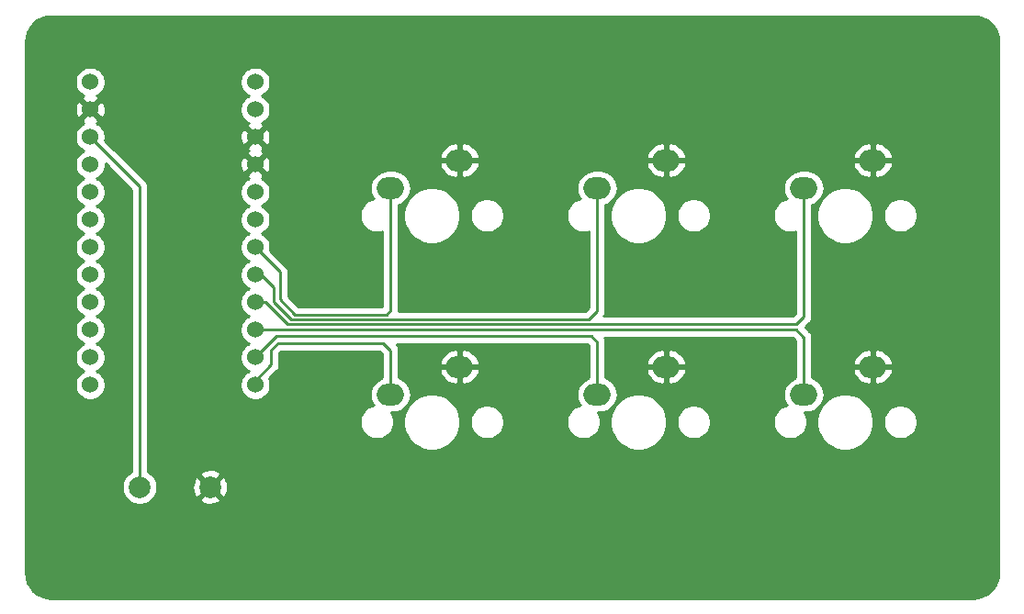
<source format=gbr>
G04 #@! TF.GenerationSoftware,KiCad,Pcbnew,(5.1.10)-1*
G04 #@! TF.CreationDate,2021-05-16T22:15:22-07:00*
G04 #@! TF.ProjectId,mkbd-guide,6d6b6264-2d67-4756-9964-652e6b696361,rev?*
G04 #@! TF.SameCoordinates,Original*
G04 #@! TF.FileFunction,Copper,L1,Top*
G04 #@! TF.FilePolarity,Positive*
%FSLAX46Y46*%
G04 Gerber Fmt 4.6, Leading zero omitted, Abs format (unit mm)*
G04 Created by KiCad (PCBNEW (5.1.10)-1) date 2021-05-16 22:15:22*
%MOMM*%
%LPD*%
G01*
G04 APERTURE LIST*
G04 #@! TA.AperFunction,ComponentPad*
%ADD10O,2.500000X2.000000*%
G04 #@! TD*
G04 #@! TA.AperFunction,ComponentPad*
%ADD11C,1.524000*%
G04 #@! TD*
G04 #@! TA.AperFunction,ComponentPad*
%ADD12C,2.000000*%
G04 #@! TD*
G04 #@! TA.AperFunction,Conductor*
%ADD13C,0.250000*%
G04 #@! TD*
G04 #@! TA.AperFunction,Conductor*
%ADD14C,0.254000*%
G04 #@! TD*
G04 #@! TA.AperFunction,Conductor*
%ADD15C,0.100000*%
G04 #@! TD*
G04 APERTURE END LIST*
D10*
X185896250Y-87788750D03*
X179546250Y-90328750D03*
X160496250Y-90328750D03*
X166846250Y-87788750D03*
X166846250Y-106838750D03*
X160496250Y-109378750D03*
X179546250Y-109378750D03*
X185896250Y-106838750D03*
X198596250Y-90328750D03*
X204946250Y-87788750D03*
X204946250Y-106838750D03*
X198596250Y-109378750D03*
D11*
X148017650Y-80540750D03*
X148017650Y-83080750D03*
X148017650Y-85620750D03*
X148017650Y-88160750D03*
X148017650Y-90700750D03*
X148017650Y-93240750D03*
X148017650Y-95780750D03*
X148017650Y-98320750D03*
X148017650Y-100860750D03*
X148017650Y-103400750D03*
X148017650Y-105940750D03*
X148017650Y-108480750D03*
X132797650Y-108480750D03*
X132797650Y-105940750D03*
X132797650Y-103400750D03*
X132797650Y-100860750D03*
X132797650Y-98320750D03*
X132797650Y-95780750D03*
X132797650Y-93240750D03*
X132797650Y-90700750D03*
X132797650Y-88160750D03*
X132797650Y-85620750D03*
X132797650Y-83080750D03*
X132797650Y-80540750D03*
D12*
X143856250Y-117918750D03*
X137356250Y-117918750D03*
D13*
X137356250Y-90179350D02*
X132797650Y-85620750D01*
X137356250Y-117918750D02*
X137356250Y-90179350D01*
X150306250Y-100618750D02*
X150306250Y-98069350D01*
X151706250Y-102018750D02*
X150306250Y-100618750D01*
X160096252Y-102018750D02*
X151706250Y-102018750D01*
X160501251Y-101613751D02*
X160096252Y-102018750D01*
X160501251Y-90333751D02*
X160501251Y-101613751D01*
X150306250Y-98069350D02*
X148017650Y-95780750D01*
X160496250Y-90328750D02*
X160501251Y-90333751D01*
X149706250Y-99518750D02*
X148508250Y-98320750D01*
X148508250Y-98320750D02*
X148017650Y-98320750D01*
X149706250Y-100818750D02*
X149706250Y-99518750D01*
X178756240Y-102468760D02*
X151356260Y-102468760D01*
X179551251Y-101673749D02*
X178756240Y-102468760D01*
X179551251Y-92256749D02*
X179551251Y-101673749D01*
X179546250Y-92251748D02*
X179551251Y-92256749D01*
X151356260Y-102468760D02*
X149706250Y-100818750D01*
X179546250Y-90328750D02*
X179546250Y-92251748D01*
X148948250Y-100860750D02*
X148017650Y-100860750D01*
X151006270Y-102918770D02*
X148948250Y-100860750D01*
X197906230Y-102918770D02*
X151006270Y-102918770D01*
X198601251Y-102223749D02*
X197906230Y-102918770D01*
X198601251Y-90333751D02*
X198601251Y-102223749D01*
X198596250Y-90328750D02*
X198601251Y-90333751D01*
X149506250Y-106618750D02*
X148017650Y-108107350D01*
X149506250Y-105218750D02*
X149506250Y-106618750D01*
X148017650Y-108107350D02*
X148017650Y-108480750D01*
X150106250Y-104618750D02*
X149506250Y-105218750D01*
X159806250Y-104618750D02*
X150106250Y-104618750D01*
X160496250Y-105308750D02*
X159806250Y-104618750D01*
X160496250Y-109378750D02*
X160496250Y-105308750D01*
X149939650Y-104018750D02*
X148017650Y-105940750D01*
X179006250Y-104018750D02*
X149939650Y-104018750D01*
X179546250Y-104558750D02*
X179006250Y-104018750D01*
X179546250Y-109378750D02*
X179546250Y-104558750D01*
X197888250Y-103400750D02*
X148017650Y-103400750D01*
X198596250Y-104108750D02*
X197888250Y-103400750D01*
X198596250Y-109378750D02*
X198596250Y-104108750D01*
D14*
X214660143Y-74526420D02*
X215096748Y-74658239D01*
X215499435Y-74872350D01*
X215852862Y-75160598D01*
X216143577Y-75512011D01*
X216360492Y-75913189D01*
X216495356Y-76348863D01*
X216546250Y-76833094D01*
X216546251Y-125786461D01*
X216498580Y-126272644D01*
X216366762Y-126709247D01*
X216152649Y-127111936D01*
X215864400Y-127465363D01*
X215512989Y-127756077D01*
X215111814Y-127972990D01*
X214676136Y-128107856D01*
X214191914Y-128158750D01*
X129238529Y-128158750D01*
X128752356Y-128111080D01*
X128315753Y-127979262D01*
X127913064Y-127765149D01*
X127559637Y-127476900D01*
X127268923Y-127125489D01*
X127052010Y-126724314D01*
X126917144Y-126288636D01*
X126866250Y-125804414D01*
X126866250Y-85483158D01*
X131400650Y-85483158D01*
X131400650Y-85758342D01*
X131454336Y-86028240D01*
X131559645Y-86282477D01*
X131712530Y-86511285D01*
X131907115Y-86705870D01*
X132135923Y-86858755D01*
X132213165Y-86890750D01*
X132135923Y-86922745D01*
X131907115Y-87075630D01*
X131712530Y-87270215D01*
X131559645Y-87499023D01*
X131454336Y-87753260D01*
X131400650Y-88023158D01*
X131400650Y-88298342D01*
X131454336Y-88568240D01*
X131559645Y-88822477D01*
X131712530Y-89051285D01*
X131907115Y-89245870D01*
X132135923Y-89398755D01*
X132213165Y-89430750D01*
X132135923Y-89462745D01*
X131907115Y-89615630D01*
X131712530Y-89810215D01*
X131559645Y-90039023D01*
X131454336Y-90293260D01*
X131400650Y-90563158D01*
X131400650Y-90838342D01*
X131454336Y-91108240D01*
X131559645Y-91362477D01*
X131712530Y-91591285D01*
X131907115Y-91785870D01*
X132135923Y-91938755D01*
X132213165Y-91970750D01*
X132135923Y-92002745D01*
X131907115Y-92155630D01*
X131712530Y-92350215D01*
X131559645Y-92579023D01*
X131454336Y-92833260D01*
X131400650Y-93103158D01*
X131400650Y-93378342D01*
X131454336Y-93648240D01*
X131559645Y-93902477D01*
X131712530Y-94131285D01*
X131907115Y-94325870D01*
X132135923Y-94478755D01*
X132213165Y-94510750D01*
X132135923Y-94542745D01*
X131907115Y-94695630D01*
X131712530Y-94890215D01*
X131559645Y-95119023D01*
X131454336Y-95373260D01*
X131400650Y-95643158D01*
X131400650Y-95918342D01*
X131454336Y-96188240D01*
X131559645Y-96442477D01*
X131712530Y-96671285D01*
X131907115Y-96865870D01*
X132135923Y-97018755D01*
X132213165Y-97050750D01*
X132135923Y-97082745D01*
X131907115Y-97235630D01*
X131712530Y-97430215D01*
X131559645Y-97659023D01*
X131454336Y-97913260D01*
X131400650Y-98183158D01*
X131400650Y-98458342D01*
X131454336Y-98728240D01*
X131559645Y-98982477D01*
X131712530Y-99211285D01*
X131907115Y-99405870D01*
X132135923Y-99558755D01*
X132213165Y-99590750D01*
X132135923Y-99622745D01*
X131907115Y-99775630D01*
X131712530Y-99970215D01*
X131559645Y-100199023D01*
X131454336Y-100453260D01*
X131400650Y-100723158D01*
X131400650Y-100998342D01*
X131454336Y-101268240D01*
X131559645Y-101522477D01*
X131712530Y-101751285D01*
X131907115Y-101945870D01*
X132135923Y-102098755D01*
X132213165Y-102130750D01*
X132135923Y-102162745D01*
X131907115Y-102315630D01*
X131712530Y-102510215D01*
X131559645Y-102739023D01*
X131454336Y-102993260D01*
X131400650Y-103263158D01*
X131400650Y-103538342D01*
X131454336Y-103808240D01*
X131559645Y-104062477D01*
X131712530Y-104291285D01*
X131907115Y-104485870D01*
X132135923Y-104638755D01*
X132213165Y-104670750D01*
X132135923Y-104702745D01*
X131907115Y-104855630D01*
X131712530Y-105050215D01*
X131559645Y-105279023D01*
X131454336Y-105533260D01*
X131400650Y-105803158D01*
X131400650Y-106078342D01*
X131454336Y-106348240D01*
X131559645Y-106602477D01*
X131712530Y-106831285D01*
X131907115Y-107025870D01*
X132135923Y-107178755D01*
X132213165Y-107210750D01*
X132135923Y-107242745D01*
X131907115Y-107395630D01*
X131712530Y-107590215D01*
X131559645Y-107819023D01*
X131454336Y-108073260D01*
X131400650Y-108343158D01*
X131400650Y-108618342D01*
X131454336Y-108888240D01*
X131559645Y-109142477D01*
X131712530Y-109371285D01*
X131907115Y-109565870D01*
X132135923Y-109718755D01*
X132390160Y-109824064D01*
X132660058Y-109877750D01*
X132935242Y-109877750D01*
X133205140Y-109824064D01*
X133459377Y-109718755D01*
X133688185Y-109565870D01*
X133882770Y-109371285D01*
X134035655Y-109142477D01*
X134140964Y-108888240D01*
X134194650Y-108618342D01*
X134194650Y-108343158D01*
X134140964Y-108073260D01*
X134035655Y-107819023D01*
X133882770Y-107590215D01*
X133688185Y-107395630D01*
X133459377Y-107242745D01*
X133382135Y-107210750D01*
X133459377Y-107178755D01*
X133688185Y-107025870D01*
X133882770Y-106831285D01*
X134035655Y-106602477D01*
X134140964Y-106348240D01*
X134194650Y-106078342D01*
X134194650Y-105803158D01*
X134140964Y-105533260D01*
X134035655Y-105279023D01*
X133882770Y-105050215D01*
X133688185Y-104855630D01*
X133459377Y-104702745D01*
X133382135Y-104670750D01*
X133459377Y-104638755D01*
X133688185Y-104485870D01*
X133882770Y-104291285D01*
X134035655Y-104062477D01*
X134140964Y-103808240D01*
X134194650Y-103538342D01*
X134194650Y-103263158D01*
X134140964Y-102993260D01*
X134035655Y-102739023D01*
X133882770Y-102510215D01*
X133688185Y-102315630D01*
X133459377Y-102162745D01*
X133382135Y-102130750D01*
X133459377Y-102098755D01*
X133688185Y-101945870D01*
X133882770Y-101751285D01*
X134035655Y-101522477D01*
X134140964Y-101268240D01*
X134194650Y-100998342D01*
X134194650Y-100723158D01*
X134140964Y-100453260D01*
X134035655Y-100199023D01*
X133882770Y-99970215D01*
X133688185Y-99775630D01*
X133459377Y-99622745D01*
X133382135Y-99590750D01*
X133459377Y-99558755D01*
X133688185Y-99405870D01*
X133882770Y-99211285D01*
X134035655Y-98982477D01*
X134140964Y-98728240D01*
X134194650Y-98458342D01*
X134194650Y-98183158D01*
X134140964Y-97913260D01*
X134035655Y-97659023D01*
X133882770Y-97430215D01*
X133688185Y-97235630D01*
X133459377Y-97082745D01*
X133382135Y-97050750D01*
X133459377Y-97018755D01*
X133688185Y-96865870D01*
X133882770Y-96671285D01*
X134035655Y-96442477D01*
X134140964Y-96188240D01*
X134194650Y-95918342D01*
X134194650Y-95643158D01*
X134140964Y-95373260D01*
X134035655Y-95119023D01*
X133882770Y-94890215D01*
X133688185Y-94695630D01*
X133459377Y-94542745D01*
X133382135Y-94510750D01*
X133459377Y-94478755D01*
X133688185Y-94325870D01*
X133882770Y-94131285D01*
X134035655Y-93902477D01*
X134140964Y-93648240D01*
X134194650Y-93378342D01*
X134194650Y-93103158D01*
X134140964Y-92833260D01*
X134035655Y-92579023D01*
X133882770Y-92350215D01*
X133688185Y-92155630D01*
X133459377Y-92002745D01*
X133382135Y-91970750D01*
X133459377Y-91938755D01*
X133688185Y-91785870D01*
X133882770Y-91591285D01*
X134035655Y-91362477D01*
X134140964Y-91108240D01*
X134194650Y-90838342D01*
X134194650Y-90563158D01*
X134140964Y-90293260D01*
X134035655Y-90039023D01*
X133882770Y-89810215D01*
X133688185Y-89615630D01*
X133459377Y-89462745D01*
X133382135Y-89430750D01*
X133459377Y-89398755D01*
X133688185Y-89245870D01*
X133882770Y-89051285D01*
X134035655Y-88822477D01*
X134140964Y-88568240D01*
X134194650Y-88298342D01*
X134194650Y-88092551D01*
X136596251Y-90494153D01*
X136596250Y-116463841D01*
X136581787Y-116469832D01*
X136313998Y-116648763D01*
X136086263Y-116876498D01*
X135907332Y-117144287D01*
X135784082Y-117441838D01*
X135721250Y-117757717D01*
X135721250Y-118079783D01*
X135784082Y-118395662D01*
X135907332Y-118693213D01*
X136086263Y-118961002D01*
X136313998Y-119188737D01*
X136581787Y-119367668D01*
X136879338Y-119490918D01*
X137195217Y-119553750D01*
X137517283Y-119553750D01*
X137833162Y-119490918D01*
X138130713Y-119367668D01*
X138398502Y-119188737D01*
X138533076Y-119054163D01*
X142900442Y-119054163D01*
X142996206Y-119318564D01*
X143285821Y-119459454D01*
X143597358Y-119541134D01*
X143918845Y-119560468D01*
X144237925Y-119516711D01*
X144542338Y-119411545D01*
X144716294Y-119318564D01*
X144812058Y-119054163D01*
X143856250Y-118098355D01*
X142900442Y-119054163D01*
X138533076Y-119054163D01*
X138626237Y-118961002D01*
X138805168Y-118693213D01*
X138928418Y-118395662D01*
X138991250Y-118079783D01*
X138991250Y-117981345D01*
X142214532Y-117981345D01*
X142258289Y-118300425D01*
X142363455Y-118604838D01*
X142456436Y-118778794D01*
X142720837Y-118874558D01*
X143676645Y-117918750D01*
X144035855Y-117918750D01*
X144991663Y-118874558D01*
X145256064Y-118778794D01*
X145396954Y-118489179D01*
X145478634Y-118177642D01*
X145497968Y-117856155D01*
X145454211Y-117537075D01*
X145349045Y-117232662D01*
X145256064Y-117058706D01*
X144991663Y-116962942D01*
X144035855Y-117918750D01*
X143676645Y-117918750D01*
X142720837Y-116962942D01*
X142456436Y-117058706D01*
X142315546Y-117348321D01*
X142233866Y-117659858D01*
X142214532Y-117981345D01*
X138991250Y-117981345D01*
X138991250Y-117757717D01*
X138928418Y-117441838D01*
X138805168Y-117144287D01*
X138626237Y-116876498D01*
X138533076Y-116783337D01*
X142900442Y-116783337D01*
X143856250Y-117739145D01*
X144812058Y-116783337D01*
X144716294Y-116518936D01*
X144426679Y-116378046D01*
X144115142Y-116296366D01*
X143793655Y-116277032D01*
X143474575Y-116320789D01*
X143170162Y-116425955D01*
X142996206Y-116518936D01*
X142900442Y-116783337D01*
X138533076Y-116783337D01*
X138398502Y-116648763D01*
X138130713Y-116469832D01*
X138116250Y-116463841D01*
X138116250Y-90563158D01*
X146620650Y-90563158D01*
X146620650Y-90838342D01*
X146674336Y-91108240D01*
X146779645Y-91362477D01*
X146932530Y-91591285D01*
X147127115Y-91785870D01*
X147355923Y-91938755D01*
X147433165Y-91970750D01*
X147355923Y-92002745D01*
X147127115Y-92155630D01*
X146932530Y-92350215D01*
X146779645Y-92579023D01*
X146674336Y-92833260D01*
X146620650Y-93103158D01*
X146620650Y-93378342D01*
X146674336Y-93648240D01*
X146779645Y-93902477D01*
X146932530Y-94131285D01*
X147127115Y-94325870D01*
X147355923Y-94478755D01*
X147433165Y-94510750D01*
X147355923Y-94542745D01*
X147127115Y-94695630D01*
X146932530Y-94890215D01*
X146779645Y-95119023D01*
X146674336Y-95373260D01*
X146620650Y-95643158D01*
X146620650Y-95918342D01*
X146674336Y-96188240D01*
X146779645Y-96442477D01*
X146932530Y-96671285D01*
X147127115Y-96865870D01*
X147355923Y-97018755D01*
X147433165Y-97050750D01*
X147355923Y-97082745D01*
X147127115Y-97235630D01*
X146932530Y-97430215D01*
X146779645Y-97659023D01*
X146674336Y-97913260D01*
X146620650Y-98183158D01*
X146620650Y-98458342D01*
X146674336Y-98728240D01*
X146779645Y-98982477D01*
X146932530Y-99211285D01*
X147127115Y-99405870D01*
X147355923Y-99558755D01*
X147433165Y-99590750D01*
X147355923Y-99622745D01*
X147127115Y-99775630D01*
X146932530Y-99970215D01*
X146779645Y-100199023D01*
X146674336Y-100453260D01*
X146620650Y-100723158D01*
X146620650Y-100998342D01*
X146674336Y-101268240D01*
X146779645Y-101522477D01*
X146932530Y-101751285D01*
X147127115Y-101945870D01*
X147355923Y-102098755D01*
X147433165Y-102130750D01*
X147355923Y-102162745D01*
X147127115Y-102315630D01*
X146932530Y-102510215D01*
X146779645Y-102739023D01*
X146674336Y-102993260D01*
X146620650Y-103263158D01*
X146620650Y-103538342D01*
X146674336Y-103808240D01*
X146779645Y-104062477D01*
X146932530Y-104291285D01*
X147127115Y-104485870D01*
X147355923Y-104638755D01*
X147433165Y-104670750D01*
X147355923Y-104702745D01*
X147127115Y-104855630D01*
X146932530Y-105050215D01*
X146779645Y-105279023D01*
X146674336Y-105533260D01*
X146620650Y-105803158D01*
X146620650Y-106078342D01*
X146674336Y-106348240D01*
X146779645Y-106602477D01*
X146932530Y-106831285D01*
X147127115Y-107025870D01*
X147355923Y-107178755D01*
X147433165Y-107210750D01*
X147355923Y-107242745D01*
X147127115Y-107395630D01*
X146932530Y-107590215D01*
X146779645Y-107819023D01*
X146674336Y-108073260D01*
X146620650Y-108343158D01*
X146620650Y-108618342D01*
X146674336Y-108888240D01*
X146779645Y-109142477D01*
X146932530Y-109371285D01*
X147127115Y-109565870D01*
X147355923Y-109718755D01*
X147610160Y-109824064D01*
X147880058Y-109877750D01*
X148155242Y-109877750D01*
X148425140Y-109824064D01*
X148679377Y-109718755D01*
X148908185Y-109565870D01*
X149102770Y-109371285D01*
X149255655Y-109142477D01*
X149360964Y-108888240D01*
X149414650Y-108618342D01*
X149414650Y-108343158D01*
X149360964Y-108073260D01*
X149292303Y-107907499D01*
X150017253Y-107182549D01*
X150046251Y-107158751D01*
X150141224Y-107043026D01*
X150211796Y-106910997D01*
X150255253Y-106767736D01*
X150266250Y-106656083D01*
X150266250Y-106656074D01*
X150269926Y-106618751D01*
X150266250Y-106581428D01*
X150266250Y-105533551D01*
X150421052Y-105378750D01*
X159491449Y-105378750D01*
X159736251Y-105623553D01*
X159736250Y-107824886D01*
X159617535Y-107860898D01*
X159333498Y-108012719D01*
X159084536Y-108217036D01*
X158880219Y-108465998D01*
X158728398Y-108750035D01*
X158634907Y-109058234D01*
X158603339Y-109378750D01*
X158634907Y-109699266D01*
X158728398Y-110007465D01*
X158880219Y-110291502D01*
X158936678Y-110360298D01*
X158763923Y-110394661D01*
X158475471Y-110514141D01*
X158215871Y-110687600D01*
X157995100Y-110908371D01*
X157821641Y-111167971D01*
X157702161Y-111456423D01*
X157641250Y-111762641D01*
X157641250Y-112074859D01*
X157702161Y-112381077D01*
X157821641Y-112669529D01*
X157995100Y-112929129D01*
X158215871Y-113149900D01*
X158475471Y-113323359D01*
X158763923Y-113442839D01*
X159070141Y-113503750D01*
X159382359Y-113503750D01*
X159688577Y-113442839D01*
X159977029Y-113323359D01*
X160236629Y-113149900D01*
X160457400Y-112929129D01*
X160630859Y-112669529D01*
X160750339Y-112381077D01*
X160811250Y-112074859D01*
X160811250Y-111762641D01*
X160790680Y-111659225D01*
X161671250Y-111659225D01*
X161671250Y-112178275D01*
X161772511Y-112687351D01*
X161971143Y-113166891D01*
X162259512Y-113598465D01*
X162626535Y-113965488D01*
X163058109Y-114253857D01*
X163537649Y-114452489D01*
X164046725Y-114553750D01*
X164565775Y-114553750D01*
X165074851Y-114452489D01*
X165554391Y-114253857D01*
X165985965Y-113965488D01*
X166352988Y-113598465D01*
X166641357Y-113166891D01*
X166839989Y-112687351D01*
X166941250Y-112178275D01*
X166941250Y-111762641D01*
X167801250Y-111762641D01*
X167801250Y-112074859D01*
X167862161Y-112381077D01*
X167981641Y-112669529D01*
X168155100Y-112929129D01*
X168375871Y-113149900D01*
X168635471Y-113323359D01*
X168923923Y-113442839D01*
X169230141Y-113503750D01*
X169542359Y-113503750D01*
X169848577Y-113442839D01*
X170137029Y-113323359D01*
X170396629Y-113149900D01*
X170617400Y-112929129D01*
X170790859Y-112669529D01*
X170910339Y-112381077D01*
X170971250Y-112074859D01*
X170971250Y-111762641D01*
X170910339Y-111456423D01*
X170790859Y-111167971D01*
X170617400Y-110908371D01*
X170396629Y-110687600D01*
X170137029Y-110514141D01*
X169848577Y-110394661D01*
X169542359Y-110333750D01*
X169230141Y-110333750D01*
X168923923Y-110394661D01*
X168635471Y-110514141D01*
X168375871Y-110687600D01*
X168155100Y-110908371D01*
X167981641Y-111167971D01*
X167862161Y-111456423D01*
X167801250Y-111762641D01*
X166941250Y-111762641D01*
X166941250Y-111659225D01*
X166839989Y-111150149D01*
X166641357Y-110670609D01*
X166352988Y-110239035D01*
X165985965Y-109872012D01*
X165554391Y-109583643D01*
X165074851Y-109385011D01*
X164565775Y-109283750D01*
X164046725Y-109283750D01*
X163537649Y-109385011D01*
X163058109Y-109583643D01*
X162626535Y-109872012D01*
X162259512Y-110239035D01*
X161971143Y-110670609D01*
X161772511Y-111150149D01*
X161671250Y-111659225D01*
X160790680Y-111659225D01*
X160750339Y-111456423D01*
X160630859Y-111167971D01*
X160527812Y-111013750D01*
X160826572Y-111013750D01*
X161066766Y-110990093D01*
X161374965Y-110896602D01*
X161659002Y-110744781D01*
X161907964Y-110540464D01*
X162112281Y-110291502D01*
X162264102Y-110007465D01*
X162357593Y-109699266D01*
X162389161Y-109378750D01*
X162357593Y-109058234D01*
X162264102Y-108750035D01*
X162112281Y-108465998D01*
X161907964Y-108217036D01*
X161659002Y-108012719D01*
X161374965Y-107860898D01*
X161256250Y-107824886D01*
X161256250Y-107219184D01*
X165006126Y-107219184D01*
X165030506Y-107341148D01*
X165158604Y-107636956D01*
X165341950Y-107902090D01*
X165573498Y-108126360D01*
X165844350Y-108301148D01*
X166144097Y-108419737D01*
X166461220Y-108477569D01*
X166719250Y-108319766D01*
X166719250Y-106965750D01*
X166973250Y-106965750D01*
X166973250Y-108319766D01*
X167231280Y-108477569D01*
X167548403Y-108419737D01*
X167848150Y-108301148D01*
X168119002Y-108126360D01*
X168350550Y-107902090D01*
X168533896Y-107636956D01*
X168661994Y-107341148D01*
X168686374Y-107219184D01*
X168567027Y-106965750D01*
X166973250Y-106965750D01*
X166719250Y-106965750D01*
X165125473Y-106965750D01*
X165006126Y-107219184D01*
X161256250Y-107219184D01*
X161256250Y-106458316D01*
X165006126Y-106458316D01*
X165125473Y-106711750D01*
X166719250Y-106711750D01*
X166719250Y-105357734D01*
X166973250Y-105357734D01*
X166973250Y-106711750D01*
X168567027Y-106711750D01*
X168686374Y-106458316D01*
X168661994Y-106336352D01*
X168533896Y-106040544D01*
X168350550Y-105775410D01*
X168119002Y-105551140D01*
X167848150Y-105376352D01*
X167548403Y-105257763D01*
X167231280Y-105199931D01*
X166973250Y-105357734D01*
X166719250Y-105357734D01*
X166461220Y-105199931D01*
X166144097Y-105257763D01*
X165844350Y-105376352D01*
X165573498Y-105551140D01*
X165341950Y-105775410D01*
X165158604Y-106040544D01*
X165030506Y-106336352D01*
X165006126Y-106458316D01*
X161256250Y-106458316D01*
X161256250Y-105346072D01*
X161259926Y-105308749D01*
X161256250Y-105271426D01*
X161256250Y-105271417D01*
X161245253Y-105159764D01*
X161201796Y-105016503D01*
X161131224Y-104884474D01*
X161044459Y-104778750D01*
X178691449Y-104778750D01*
X178786251Y-104873553D01*
X178786250Y-107824886D01*
X178667535Y-107860898D01*
X178383498Y-108012719D01*
X178134536Y-108217036D01*
X177930219Y-108465998D01*
X177778398Y-108750035D01*
X177684907Y-109058234D01*
X177653339Y-109378750D01*
X177684907Y-109699266D01*
X177778398Y-110007465D01*
X177930219Y-110291502D01*
X177986678Y-110360298D01*
X177813923Y-110394661D01*
X177525471Y-110514141D01*
X177265871Y-110687600D01*
X177045100Y-110908371D01*
X176871641Y-111167971D01*
X176752161Y-111456423D01*
X176691250Y-111762641D01*
X176691250Y-112074859D01*
X176752161Y-112381077D01*
X176871641Y-112669529D01*
X177045100Y-112929129D01*
X177265871Y-113149900D01*
X177525471Y-113323359D01*
X177813923Y-113442839D01*
X178120141Y-113503750D01*
X178432359Y-113503750D01*
X178738577Y-113442839D01*
X179027029Y-113323359D01*
X179286629Y-113149900D01*
X179507400Y-112929129D01*
X179680859Y-112669529D01*
X179800339Y-112381077D01*
X179861250Y-112074859D01*
X179861250Y-111762641D01*
X179840680Y-111659225D01*
X180721250Y-111659225D01*
X180721250Y-112178275D01*
X180822511Y-112687351D01*
X181021143Y-113166891D01*
X181309512Y-113598465D01*
X181676535Y-113965488D01*
X182108109Y-114253857D01*
X182587649Y-114452489D01*
X183096725Y-114553750D01*
X183615775Y-114553750D01*
X184124851Y-114452489D01*
X184604391Y-114253857D01*
X185035965Y-113965488D01*
X185402988Y-113598465D01*
X185691357Y-113166891D01*
X185889989Y-112687351D01*
X185991250Y-112178275D01*
X185991250Y-111762641D01*
X186851250Y-111762641D01*
X186851250Y-112074859D01*
X186912161Y-112381077D01*
X187031641Y-112669529D01*
X187205100Y-112929129D01*
X187425871Y-113149900D01*
X187685471Y-113323359D01*
X187973923Y-113442839D01*
X188280141Y-113503750D01*
X188592359Y-113503750D01*
X188898577Y-113442839D01*
X189187029Y-113323359D01*
X189446629Y-113149900D01*
X189667400Y-112929129D01*
X189840859Y-112669529D01*
X189960339Y-112381077D01*
X190021250Y-112074859D01*
X190021250Y-111762641D01*
X189960339Y-111456423D01*
X189840859Y-111167971D01*
X189667400Y-110908371D01*
X189446629Y-110687600D01*
X189187029Y-110514141D01*
X188898577Y-110394661D01*
X188592359Y-110333750D01*
X188280141Y-110333750D01*
X187973923Y-110394661D01*
X187685471Y-110514141D01*
X187425871Y-110687600D01*
X187205100Y-110908371D01*
X187031641Y-111167971D01*
X186912161Y-111456423D01*
X186851250Y-111762641D01*
X185991250Y-111762641D01*
X185991250Y-111659225D01*
X185889989Y-111150149D01*
X185691357Y-110670609D01*
X185402988Y-110239035D01*
X185035965Y-109872012D01*
X184604391Y-109583643D01*
X184124851Y-109385011D01*
X183615775Y-109283750D01*
X183096725Y-109283750D01*
X182587649Y-109385011D01*
X182108109Y-109583643D01*
X181676535Y-109872012D01*
X181309512Y-110239035D01*
X181021143Y-110670609D01*
X180822511Y-111150149D01*
X180721250Y-111659225D01*
X179840680Y-111659225D01*
X179800339Y-111456423D01*
X179680859Y-111167971D01*
X179577812Y-111013750D01*
X179876572Y-111013750D01*
X180116766Y-110990093D01*
X180424965Y-110896602D01*
X180709002Y-110744781D01*
X180957964Y-110540464D01*
X181162281Y-110291502D01*
X181314102Y-110007465D01*
X181407593Y-109699266D01*
X181439161Y-109378750D01*
X181407593Y-109058234D01*
X181314102Y-108750035D01*
X181162281Y-108465998D01*
X180957964Y-108217036D01*
X180709002Y-108012719D01*
X180424965Y-107860898D01*
X180306250Y-107824886D01*
X180306250Y-107219184D01*
X184056126Y-107219184D01*
X184080506Y-107341148D01*
X184208604Y-107636956D01*
X184391950Y-107902090D01*
X184623498Y-108126360D01*
X184894350Y-108301148D01*
X185194097Y-108419737D01*
X185511220Y-108477569D01*
X185769250Y-108319766D01*
X185769250Y-106965750D01*
X186023250Y-106965750D01*
X186023250Y-108319766D01*
X186281280Y-108477569D01*
X186598403Y-108419737D01*
X186898150Y-108301148D01*
X187169002Y-108126360D01*
X187400550Y-107902090D01*
X187583896Y-107636956D01*
X187711994Y-107341148D01*
X187736374Y-107219184D01*
X187617027Y-106965750D01*
X186023250Y-106965750D01*
X185769250Y-106965750D01*
X184175473Y-106965750D01*
X184056126Y-107219184D01*
X180306250Y-107219184D01*
X180306250Y-106458316D01*
X184056126Y-106458316D01*
X184175473Y-106711750D01*
X185769250Y-106711750D01*
X185769250Y-105357734D01*
X186023250Y-105357734D01*
X186023250Y-106711750D01*
X187617027Y-106711750D01*
X187736374Y-106458316D01*
X187711994Y-106336352D01*
X187583896Y-106040544D01*
X187400550Y-105775410D01*
X187169002Y-105551140D01*
X186898150Y-105376352D01*
X186598403Y-105257763D01*
X186281280Y-105199931D01*
X186023250Y-105357734D01*
X185769250Y-105357734D01*
X185511220Y-105199931D01*
X185194097Y-105257763D01*
X184894350Y-105376352D01*
X184623498Y-105551140D01*
X184391950Y-105775410D01*
X184208604Y-106040544D01*
X184080506Y-106336352D01*
X184056126Y-106458316D01*
X180306250Y-106458316D01*
X180306250Y-104596072D01*
X180309926Y-104558749D01*
X180306250Y-104521426D01*
X180306250Y-104521417D01*
X180295253Y-104409764D01*
X180251796Y-104266503D01*
X180195269Y-104160750D01*
X197573449Y-104160750D01*
X197836251Y-104423553D01*
X197836250Y-107824886D01*
X197717535Y-107860898D01*
X197433498Y-108012719D01*
X197184536Y-108217036D01*
X196980219Y-108465998D01*
X196828398Y-108750035D01*
X196734907Y-109058234D01*
X196703339Y-109378750D01*
X196734907Y-109699266D01*
X196828398Y-110007465D01*
X196980219Y-110291502D01*
X197036678Y-110360298D01*
X196863923Y-110394661D01*
X196575471Y-110514141D01*
X196315871Y-110687600D01*
X196095100Y-110908371D01*
X195921641Y-111167971D01*
X195802161Y-111456423D01*
X195741250Y-111762641D01*
X195741250Y-112074859D01*
X195802161Y-112381077D01*
X195921641Y-112669529D01*
X196095100Y-112929129D01*
X196315871Y-113149900D01*
X196575471Y-113323359D01*
X196863923Y-113442839D01*
X197170141Y-113503750D01*
X197482359Y-113503750D01*
X197788577Y-113442839D01*
X198077029Y-113323359D01*
X198336629Y-113149900D01*
X198557400Y-112929129D01*
X198730859Y-112669529D01*
X198850339Y-112381077D01*
X198911250Y-112074859D01*
X198911250Y-111762641D01*
X198890680Y-111659225D01*
X199771250Y-111659225D01*
X199771250Y-112178275D01*
X199872511Y-112687351D01*
X200071143Y-113166891D01*
X200359512Y-113598465D01*
X200726535Y-113965488D01*
X201158109Y-114253857D01*
X201637649Y-114452489D01*
X202146725Y-114553750D01*
X202665775Y-114553750D01*
X203174851Y-114452489D01*
X203654391Y-114253857D01*
X204085965Y-113965488D01*
X204452988Y-113598465D01*
X204741357Y-113166891D01*
X204939989Y-112687351D01*
X205041250Y-112178275D01*
X205041250Y-111762641D01*
X205901250Y-111762641D01*
X205901250Y-112074859D01*
X205962161Y-112381077D01*
X206081641Y-112669529D01*
X206255100Y-112929129D01*
X206475871Y-113149900D01*
X206735471Y-113323359D01*
X207023923Y-113442839D01*
X207330141Y-113503750D01*
X207642359Y-113503750D01*
X207948577Y-113442839D01*
X208237029Y-113323359D01*
X208496629Y-113149900D01*
X208717400Y-112929129D01*
X208890859Y-112669529D01*
X209010339Y-112381077D01*
X209071250Y-112074859D01*
X209071250Y-111762641D01*
X209010339Y-111456423D01*
X208890859Y-111167971D01*
X208717400Y-110908371D01*
X208496629Y-110687600D01*
X208237029Y-110514141D01*
X207948577Y-110394661D01*
X207642359Y-110333750D01*
X207330141Y-110333750D01*
X207023923Y-110394661D01*
X206735471Y-110514141D01*
X206475871Y-110687600D01*
X206255100Y-110908371D01*
X206081641Y-111167971D01*
X205962161Y-111456423D01*
X205901250Y-111762641D01*
X205041250Y-111762641D01*
X205041250Y-111659225D01*
X204939989Y-111150149D01*
X204741357Y-110670609D01*
X204452988Y-110239035D01*
X204085965Y-109872012D01*
X203654391Y-109583643D01*
X203174851Y-109385011D01*
X202665775Y-109283750D01*
X202146725Y-109283750D01*
X201637649Y-109385011D01*
X201158109Y-109583643D01*
X200726535Y-109872012D01*
X200359512Y-110239035D01*
X200071143Y-110670609D01*
X199872511Y-111150149D01*
X199771250Y-111659225D01*
X198890680Y-111659225D01*
X198850339Y-111456423D01*
X198730859Y-111167971D01*
X198627812Y-111013750D01*
X198926572Y-111013750D01*
X199166766Y-110990093D01*
X199474965Y-110896602D01*
X199759002Y-110744781D01*
X200007964Y-110540464D01*
X200212281Y-110291502D01*
X200364102Y-110007465D01*
X200457593Y-109699266D01*
X200489161Y-109378750D01*
X200457593Y-109058234D01*
X200364102Y-108750035D01*
X200212281Y-108465998D01*
X200007964Y-108217036D01*
X199759002Y-108012719D01*
X199474965Y-107860898D01*
X199356250Y-107824886D01*
X199356250Y-107219184D01*
X203106126Y-107219184D01*
X203130506Y-107341148D01*
X203258604Y-107636956D01*
X203441950Y-107902090D01*
X203673498Y-108126360D01*
X203944350Y-108301148D01*
X204244097Y-108419737D01*
X204561220Y-108477569D01*
X204819250Y-108319766D01*
X204819250Y-106965750D01*
X205073250Y-106965750D01*
X205073250Y-108319766D01*
X205331280Y-108477569D01*
X205648403Y-108419737D01*
X205948150Y-108301148D01*
X206219002Y-108126360D01*
X206450550Y-107902090D01*
X206633896Y-107636956D01*
X206761994Y-107341148D01*
X206786374Y-107219184D01*
X206667027Y-106965750D01*
X205073250Y-106965750D01*
X204819250Y-106965750D01*
X203225473Y-106965750D01*
X203106126Y-107219184D01*
X199356250Y-107219184D01*
X199356250Y-106458316D01*
X203106126Y-106458316D01*
X203225473Y-106711750D01*
X204819250Y-106711750D01*
X204819250Y-105357734D01*
X205073250Y-105357734D01*
X205073250Y-106711750D01*
X206667027Y-106711750D01*
X206786374Y-106458316D01*
X206761994Y-106336352D01*
X206633896Y-106040544D01*
X206450550Y-105775410D01*
X206219002Y-105551140D01*
X205948150Y-105376352D01*
X205648403Y-105257763D01*
X205331280Y-105199931D01*
X205073250Y-105357734D01*
X204819250Y-105357734D01*
X204561220Y-105199931D01*
X204244097Y-105257763D01*
X203944350Y-105376352D01*
X203673498Y-105551140D01*
X203441950Y-105775410D01*
X203258604Y-106040544D01*
X203130506Y-106336352D01*
X203106126Y-106458316D01*
X199356250Y-106458316D01*
X199356250Y-104146072D01*
X199359926Y-104108749D01*
X199356250Y-104071426D01*
X199356250Y-104071417D01*
X199345253Y-103959764D01*
X199301796Y-103816503D01*
X199231224Y-103684474D01*
X199136251Y-103568749D01*
X199107252Y-103544951D01*
X198731051Y-103168750D01*
X199112253Y-102787548D01*
X199141252Y-102763750D01*
X199173631Y-102724296D01*
X199236225Y-102648026D01*
X199306797Y-102515996D01*
X199313319Y-102494494D01*
X199350254Y-102372735D01*
X199361251Y-102261082D01*
X199361251Y-102261073D01*
X199364927Y-102223750D01*
X199361251Y-102186427D01*
X199361251Y-92609225D01*
X199771250Y-92609225D01*
X199771250Y-93128275D01*
X199872511Y-93637351D01*
X200071143Y-94116891D01*
X200359512Y-94548465D01*
X200726535Y-94915488D01*
X201158109Y-95203857D01*
X201637649Y-95402489D01*
X202146725Y-95503750D01*
X202665775Y-95503750D01*
X203174851Y-95402489D01*
X203654391Y-95203857D01*
X204085965Y-94915488D01*
X204452988Y-94548465D01*
X204741357Y-94116891D01*
X204939989Y-93637351D01*
X205041250Y-93128275D01*
X205041250Y-92712641D01*
X205901250Y-92712641D01*
X205901250Y-93024859D01*
X205962161Y-93331077D01*
X206081641Y-93619529D01*
X206255100Y-93879129D01*
X206475871Y-94099900D01*
X206735471Y-94273359D01*
X207023923Y-94392839D01*
X207330141Y-94453750D01*
X207642359Y-94453750D01*
X207948577Y-94392839D01*
X208237029Y-94273359D01*
X208496629Y-94099900D01*
X208717400Y-93879129D01*
X208890859Y-93619529D01*
X209010339Y-93331077D01*
X209071250Y-93024859D01*
X209071250Y-92712641D01*
X209010339Y-92406423D01*
X208890859Y-92117971D01*
X208717400Y-91858371D01*
X208496629Y-91637600D01*
X208237029Y-91464141D01*
X207948577Y-91344661D01*
X207642359Y-91283750D01*
X207330141Y-91283750D01*
X207023923Y-91344661D01*
X206735471Y-91464141D01*
X206475871Y-91637600D01*
X206255100Y-91858371D01*
X206081641Y-92117971D01*
X205962161Y-92406423D01*
X205901250Y-92712641D01*
X205041250Y-92712641D01*
X205041250Y-92609225D01*
X204939989Y-92100149D01*
X204741357Y-91620609D01*
X204452988Y-91189035D01*
X204085965Y-90822012D01*
X203654391Y-90533643D01*
X203174851Y-90335011D01*
X202665775Y-90233750D01*
X202146725Y-90233750D01*
X201637649Y-90335011D01*
X201158109Y-90533643D01*
X200726535Y-90822012D01*
X200359512Y-91189035D01*
X200071143Y-91620609D01*
X199872511Y-92100149D01*
X199771250Y-92609225D01*
X199361251Y-92609225D01*
X199361251Y-91881097D01*
X199474965Y-91846602D01*
X199759002Y-91694781D01*
X200007964Y-91490464D01*
X200212281Y-91241502D01*
X200364102Y-90957465D01*
X200457593Y-90649266D01*
X200489161Y-90328750D01*
X200457593Y-90008234D01*
X200364102Y-89700035D01*
X200212281Y-89415998D01*
X200007964Y-89167036D01*
X199759002Y-88962719D01*
X199474965Y-88810898D01*
X199166766Y-88717407D01*
X198926572Y-88693750D01*
X198265928Y-88693750D01*
X198025734Y-88717407D01*
X197717535Y-88810898D01*
X197433498Y-88962719D01*
X197184536Y-89167036D01*
X196980219Y-89415998D01*
X196828398Y-89700035D01*
X196734907Y-90008234D01*
X196703339Y-90328750D01*
X196734907Y-90649266D01*
X196828398Y-90957465D01*
X196980219Y-91241502D01*
X197036678Y-91310298D01*
X196863923Y-91344661D01*
X196575471Y-91464141D01*
X196315871Y-91637600D01*
X196095100Y-91858371D01*
X195921641Y-92117971D01*
X195802161Y-92406423D01*
X195741250Y-92712641D01*
X195741250Y-93024859D01*
X195802161Y-93331077D01*
X195921641Y-93619529D01*
X196095100Y-93879129D01*
X196315871Y-94099900D01*
X196575471Y-94273359D01*
X196863923Y-94392839D01*
X197170141Y-94453750D01*
X197482359Y-94453750D01*
X197788577Y-94392839D01*
X197841251Y-94371021D01*
X197841252Y-101908946D01*
X197591429Y-102158770D01*
X180136373Y-102158770D01*
X180186225Y-102098025D01*
X180256797Y-101965996D01*
X180300254Y-101822735D01*
X180311251Y-101711082D01*
X180311251Y-101711073D01*
X180314927Y-101673750D01*
X180311251Y-101636427D01*
X180311251Y-92609225D01*
X180721250Y-92609225D01*
X180721250Y-93128275D01*
X180822511Y-93637351D01*
X181021143Y-94116891D01*
X181309512Y-94548465D01*
X181676535Y-94915488D01*
X182108109Y-95203857D01*
X182587649Y-95402489D01*
X183096725Y-95503750D01*
X183615775Y-95503750D01*
X184124851Y-95402489D01*
X184604391Y-95203857D01*
X185035965Y-94915488D01*
X185402988Y-94548465D01*
X185691357Y-94116891D01*
X185889989Y-93637351D01*
X185991250Y-93128275D01*
X185991250Y-92712641D01*
X186851250Y-92712641D01*
X186851250Y-93024859D01*
X186912161Y-93331077D01*
X187031641Y-93619529D01*
X187205100Y-93879129D01*
X187425871Y-94099900D01*
X187685471Y-94273359D01*
X187973923Y-94392839D01*
X188280141Y-94453750D01*
X188592359Y-94453750D01*
X188898577Y-94392839D01*
X189187029Y-94273359D01*
X189446629Y-94099900D01*
X189667400Y-93879129D01*
X189840859Y-93619529D01*
X189960339Y-93331077D01*
X190021250Y-93024859D01*
X190021250Y-92712641D01*
X189960339Y-92406423D01*
X189840859Y-92117971D01*
X189667400Y-91858371D01*
X189446629Y-91637600D01*
X189187029Y-91464141D01*
X188898577Y-91344661D01*
X188592359Y-91283750D01*
X188280141Y-91283750D01*
X187973923Y-91344661D01*
X187685471Y-91464141D01*
X187425871Y-91637600D01*
X187205100Y-91858371D01*
X187031641Y-92117971D01*
X186912161Y-92406423D01*
X186851250Y-92712641D01*
X185991250Y-92712641D01*
X185991250Y-92609225D01*
X185889989Y-92100149D01*
X185691357Y-91620609D01*
X185402988Y-91189035D01*
X185035965Y-90822012D01*
X184604391Y-90533643D01*
X184124851Y-90335011D01*
X183615775Y-90233750D01*
X183096725Y-90233750D01*
X182587649Y-90335011D01*
X182108109Y-90533643D01*
X181676535Y-90822012D01*
X181309512Y-91189035D01*
X181021143Y-91620609D01*
X180822511Y-92100149D01*
X180721250Y-92609225D01*
X180311251Y-92609225D01*
X180311251Y-92294071D01*
X180314927Y-92256748D01*
X180311251Y-92219426D01*
X180311251Y-92219416D01*
X180306250Y-92168641D01*
X180306250Y-91882614D01*
X180424965Y-91846602D01*
X180709002Y-91694781D01*
X180957964Y-91490464D01*
X181162281Y-91241502D01*
X181314102Y-90957465D01*
X181407593Y-90649266D01*
X181439161Y-90328750D01*
X181407593Y-90008234D01*
X181314102Y-89700035D01*
X181162281Y-89415998D01*
X180957964Y-89167036D01*
X180709002Y-88962719D01*
X180424965Y-88810898D01*
X180116766Y-88717407D01*
X179876572Y-88693750D01*
X179215928Y-88693750D01*
X178975734Y-88717407D01*
X178667535Y-88810898D01*
X178383498Y-88962719D01*
X178134536Y-89167036D01*
X177930219Y-89415998D01*
X177778398Y-89700035D01*
X177684907Y-90008234D01*
X177653339Y-90328750D01*
X177684907Y-90649266D01*
X177778398Y-90957465D01*
X177930219Y-91241502D01*
X177986678Y-91310298D01*
X177813923Y-91344661D01*
X177525471Y-91464141D01*
X177265871Y-91637600D01*
X177045100Y-91858371D01*
X176871641Y-92117971D01*
X176752161Y-92406423D01*
X176691250Y-92712641D01*
X176691250Y-93024859D01*
X176752161Y-93331077D01*
X176871641Y-93619529D01*
X177045100Y-93879129D01*
X177265871Y-94099900D01*
X177525471Y-94273359D01*
X177813923Y-94392839D01*
X178120141Y-94453750D01*
X178432359Y-94453750D01*
X178738577Y-94392839D01*
X178791251Y-94371021D01*
X178791252Y-101358946D01*
X178441439Y-101708760D01*
X161255570Y-101708760D01*
X161261251Y-101651084D01*
X161261251Y-101651075D01*
X161264927Y-101613752D01*
X161261251Y-101576429D01*
X161261251Y-92609225D01*
X161671250Y-92609225D01*
X161671250Y-93128275D01*
X161772511Y-93637351D01*
X161971143Y-94116891D01*
X162259512Y-94548465D01*
X162626535Y-94915488D01*
X163058109Y-95203857D01*
X163537649Y-95402489D01*
X164046725Y-95503750D01*
X164565775Y-95503750D01*
X165074851Y-95402489D01*
X165554391Y-95203857D01*
X165985965Y-94915488D01*
X166352988Y-94548465D01*
X166641357Y-94116891D01*
X166839989Y-93637351D01*
X166941250Y-93128275D01*
X166941250Y-92712641D01*
X167801250Y-92712641D01*
X167801250Y-93024859D01*
X167862161Y-93331077D01*
X167981641Y-93619529D01*
X168155100Y-93879129D01*
X168375871Y-94099900D01*
X168635471Y-94273359D01*
X168923923Y-94392839D01*
X169230141Y-94453750D01*
X169542359Y-94453750D01*
X169848577Y-94392839D01*
X170137029Y-94273359D01*
X170396629Y-94099900D01*
X170617400Y-93879129D01*
X170790859Y-93619529D01*
X170910339Y-93331077D01*
X170971250Y-93024859D01*
X170971250Y-92712641D01*
X170910339Y-92406423D01*
X170790859Y-92117971D01*
X170617400Y-91858371D01*
X170396629Y-91637600D01*
X170137029Y-91464141D01*
X169848577Y-91344661D01*
X169542359Y-91283750D01*
X169230141Y-91283750D01*
X168923923Y-91344661D01*
X168635471Y-91464141D01*
X168375871Y-91637600D01*
X168155100Y-91858371D01*
X167981641Y-92117971D01*
X167862161Y-92406423D01*
X167801250Y-92712641D01*
X166941250Y-92712641D01*
X166941250Y-92609225D01*
X166839989Y-92100149D01*
X166641357Y-91620609D01*
X166352988Y-91189035D01*
X165985965Y-90822012D01*
X165554391Y-90533643D01*
X165074851Y-90335011D01*
X164565775Y-90233750D01*
X164046725Y-90233750D01*
X163537649Y-90335011D01*
X163058109Y-90533643D01*
X162626535Y-90822012D01*
X162259512Y-91189035D01*
X161971143Y-91620609D01*
X161772511Y-92100149D01*
X161671250Y-92609225D01*
X161261251Y-92609225D01*
X161261251Y-91881097D01*
X161374965Y-91846602D01*
X161659002Y-91694781D01*
X161907964Y-91490464D01*
X162112281Y-91241502D01*
X162264102Y-90957465D01*
X162357593Y-90649266D01*
X162389161Y-90328750D01*
X162357593Y-90008234D01*
X162264102Y-89700035D01*
X162112281Y-89415998D01*
X161907964Y-89167036D01*
X161659002Y-88962719D01*
X161374965Y-88810898D01*
X161066766Y-88717407D01*
X160826572Y-88693750D01*
X160165928Y-88693750D01*
X159925734Y-88717407D01*
X159617535Y-88810898D01*
X159333498Y-88962719D01*
X159084536Y-89167036D01*
X158880219Y-89415998D01*
X158728398Y-89700035D01*
X158634907Y-90008234D01*
X158603339Y-90328750D01*
X158634907Y-90649266D01*
X158728398Y-90957465D01*
X158880219Y-91241502D01*
X158936678Y-91310298D01*
X158763923Y-91344661D01*
X158475471Y-91464141D01*
X158215871Y-91637600D01*
X157995100Y-91858371D01*
X157821641Y-92117971D01*
X157702161Y-92406423D01*
X157641250Y-92712641D01*
X157641250Y-93024859D01*
X157702161Y-93331077D01*
X157821641Y-93619529D01*
X157995100Y-93879129D01*
X158215871Y-94099900D01*
X158475471Y-94273359D01*
X158763923Y-94392839D01*
X159070141Y-94453750D01*
X159382359Y-94453750D01*
X159688577Y-94392839D01*
X159741251Y-94371021D01*
X159741252Y-101258750D01*
X152021052Y-101258750D01*
X151066250Y-100303949D01*
X151066250Y-98106672D01*
X151069926Y-98069349D01*
X151066250Y-98032026D01*
X151066250Y-98032017D01*
X151055253Y-97920364D01*
X151011796Y-97777103D01*
X150941224Y-97645074D01*
X150846251Y-97529349D01*
X150817253Y-97505551D01*
X149384022Y-96072320D01*
X149414650Y-95918342D01*
X149414650Y-95643158D01*
X149360964Y-95373260D01*
X149255655Y-95119023D01*
X149102770Y-94890215D01*
X148908185Y-94695630D01*
X148679377Y-94542745D01*
X148602135Y-94510750D01*
X148679377Y-94478755D01*
X148908185Y-94325870D01*
X149102770Y-94131285D01*
X149255655Y-93902477D01*
X149360964Y-93648240D01*
X149414650Y-93378342D01*
X149414650Y-93103158D01*
X149360964Y-92833260D01*
X149255655Y-92579023D01*
X149102770Y-92350215D01*
X148908185Y-92155630D01*
X148679377Y-92002745D01*
X148602135Y-91970750D01*
X148679377Y-91938755D01*
X148908185Y-91785870D01*
X149102770Y-91591285D01*
X149255655Y-91362477D01*
X149360964Y-91108240D01*
X149414650Y-90838342D01*
X149414650Y-90563158D01*
X149360964Y-90293260D01*
X149255655Y-90039023D01*
X149102770Y-89810215D01*
X148908185Y-89615630D01*
X148679377Y-89462745D01*
X148607707Y-89433058D01*
X148620673Y-89428386D01*
X148736630Y-89366406D01*
X148803610Y-89126315D01*
X148017650Y-88340355D01*
X147231690Y-89126315D01*
X147298670Y-89366406D01*
X147434410Y-89430235D01*
X147355923Y-89462745D01*
X147127115Y-89615630D01*
X146932530Y-89810215D01*
X146779645Y-90039023D01*
X146674336Y-90293260D01*
X146620650Y-90563158D01*
X138116250Y-90563158D01*
X138116250Y-90216673D01*
X138119926Y-90179350D01*
X138116250Y-90142027D01*
X138116250Y-90142017D01*
X138105253Y-90030364D01*
X138061796Y-89887103D01*
X138009224Y-89788749D01*
X137991224Y-89755073D01*
X137920049Y-89668347D01*
X137896251Y-89639349D01*
X137867253Y-89615551D01*
X136484469Y-88232767D01*
X146615740Y-88232767D01*
X146656728Y-88504883D01*
X146750014Y-88763773D01*
X146811994Y-88879730D01*
X147052085Y-88946710D01*
X147838045Y-88160750D01*
X148197255Y-88160750D01*
X148983215Y-88946710D01*
X149223306Y-88879730D01*
X149340406Y-88630702D01*
X149406673Y-88363615D01*
X149415788Y-88169184D01*
X165006126Y-88169184D01*
X165030506Y-88291148D01*
X165158604Y-88586956D01*
X165341950Y-88852090D01*
X165573498Y-89076360D01*
X165844350Y-89251148D01*
X166144097Y-89369737D01*
X166461220Y-89427569D01*
X166719250Y-89269766D01*
X166719250Y-87915750D01*
X166973250Y-87915750D01*
X166973250Y-89269766D01*
X167231280Y-89427569D01*
X167548403Y-89369737D01*
X167848150Y-89251148D01*
X168119002Y-89076360D01*
X168350550Y-88852090D01*
X168533896Y-88586956D01*
X168661994Y-88291148D01*
X168686374Y-88169184D01*
X184056126Y-88169184D01*
X184080506Y-88291148D01*
X184208604Y-88586956D01*
X184391950Y-88852090D01*
X184623498Y-89076360D01*
X184894350Y-89251148D01*
X185194097Y-89369737D01*
X185511220Y-89427569D01*
X185769250Y-89269766D01*
X185769250Y-87915750D01*
X186023250Y-87915750D01*
X186023250Y-89269766D01*
X186281280Y-89427569D01*
X186598403Y-89369737D01*
X186898150Y-89251148D01*
X187169002Y-89076360D01*
X187400550Y-88852090D01*
X187583896Y-88586956D01*
X187711994Y-88291148D01*
X187736374Y-88169184D01*
X203106126Y-88169184D01*
X203130506Y-88291148D01*
X203258604Y-88586956D01*
X203441950Y-88852090D01*
X203673498Y-89076360D01*
X203944350Y-89251148D01*
X204244097Y-89369737D01*
X204561220Y-89427569D01*
X204819250Y-89269766D01*
X204819250Y-87915750D01*
X205073250Y-87915750D01*
X205073250Y-89269766D01*
X205331280Y-89427569D01*
X205648403Y-89369737D01*
X205948150Y-89251148D01*
X206219002Y-89076360D01*
X206450550Y-88852090D01*
X206633896Y-88586956D01*
X206761994Y-88291148D01*
X206786374Y-88169184D01*
X206667027Y-87915750D01*
X205073250Y-87915750D01*
X204819250Y-87915750D01*
X203225473Y-87915750D01*
X203106126Y-88169184D01*
X187736374Y-88169184D01*
X187617027Y-87915750D01*
X186023250Y-87915750D01*
X185769250Y-87915750D01*
X184175473Y-87915750D01*
X184056126Y-88169184D01*
X168686374Y-88169184D01*
X168567027Y-87915750D01*
X166973250Y-87915750D01*
X166719250Y-87915750D01*
X165125473Y-87915750D01*
X165006126Y-88169184D01*
X149415788Y-88169184D01*
X149419560Y-88088733D01*
X149378572Y-87816617D01*
X149285286Y-87557727D01*
X149223306Y-87441770D01*
X149103390Y-87408316D01*
X165006126Y-87408316D01*
X165125473Y-87661750D01*
X166719250Y-87661750D01*
X166719250Y-86307734D01*
X166973250Y-86307734D01*
X166973250Y-87661750D01*
X168567027Y-87661750D01*
X168686374Y-87408316D01*
X184056126Y-87408316D01*
X184175473Y-87661750D01*
X185769250Y-87661750D01*
X185769250Y-86307734D01*
X186023250Y-86307734D01*
X186023250Y-87661750D01*
X187617027Y-87661750D01*
X187736374Y-87408316D01*
X203106126Y-87408316D01*
X203225473Y-87661750D01*
X204819250Y-87661750D01*
X204819250Y-86307734D01*
X205073250Y-86307734D01*
X205073250Y-87661750D01*
X206667027Y-87661750D01*
X206786374Y-87408316D01*
X206761994Y-87286352D01*
X206633896Y-86990544D01*
X206450550Y-86725410D01*
X206219002Y-86501140D01*
X205948150Y-86326352D01*
X205648403Y-86207763D01*
X205331280Y-86149931D01*
X205073250Y-86307734D01*
X204819250Y-86307734D01*
X204561220Y-86149931D01*
X204244097Y-86207763D01*
X203944350Y-86326352D01*
X203673498Y-86501140D01*
X203441950Y-86725410D01*
X203258604Y-86990544D01*
X203130506Y-87286352D01*
X203106126Y-87408316D01*
X187736374Y-87408316D01*
X187711994Y-87286352D01*
X187583896Y-86990544D01*
X187400550Y-86725410D01*
X187169002Y-86501140D01*
X186898150Y-86326352D01*
X186598403Y-86207763D01*
X186281280Y-86149931D01*
X186023250Y-86307734D01*
X185769250Y-86307734D01*
X185511220Y-86149931D01*
X185194097Y-86207763D01*
X184894350Y-86326352D01*
X184623498Y-86501140D01*
X184391950Y-86725410D01*
X184208604Y-86990544D01*
X184080506Y-87286352D01*
X184056126Y-87408316D01*
X168686374Y-87408316D01*
X168661994Y-87286352D01*
X168533896Y-86990544D01*
X168350550Y-86725410D01*
X168119002Y-86501140D01*
X167848150Y-86326352D01*
X167548403Y-86207763D01*
X167231280Y-86149931D01*
X166973250Y-86307734D01*
X166719250Y-86307734D01*
X166461220Y-86149931D01*
X166144097Y-86207763D01*
X165844350Y-86326352D01*
X165573498Y-86501140D01*
X165341950Y-86725410D01*
X165158604Y-86990544D01*
X165030506Y-87286352D01*
X165006126Y-87408316D01*
X149103390Y-87408316D01*
X148983215Y-87374790D01*
X148197255Y-88160750D01*
X147838045Y-88160750D01*
X147052085Y-87374790D01*
X146811994Y-87441770D01*
X146694894Y-87690798D01*
X146628627Y-87957885D01*
X146615740Y-88232767D01*
X136484469Y-88232767D01*
X134838017Y-86586315D01*
X147231690Y-86586315D01*
X147298670Y-86826406D01*
X147429294Y-86887829D01*
X147414627Y-86893114D01*
X147298670Y-86955094D01*
X147231690Y-87195185D01*
X148017650Y-87981145D01*
X148803610Y-87195185D01*
X148736630Y-86955094D01*
X148606006Y-86893671D01*
X148620673Y-86888386D01*
X148736630Y-86826406D01*
X148803610Y-86586315D01*
X148017650Y-85800355D01*
X147231690Y-86586315D01*
X134838017Y-86586315D01*
X134164022Y-85912321D01*
X134194650Y-85758342D01*
X134194650Y-85692767D01*
X146615740Y-85692767D01*
X146656728Y-85964883D01*
X146750014Y-86223773D01*
X146811994Y-86339730D01*
X147052085Y-86406710D01*
X147838045Y-85620750D01*
X148197255Y-85620750D01*
X148983215Y-86406710D01*
X149223306Y-86339730D01*
X149340406Y-86090702D01*
X149406673Y-85823615D01*
X149419560Y-85548733D01*
X149378572Y-85276617D01*
X149285286Y-85017727D01*
X149223306Y-84901770D01*
X148983215Y-84834790D01*
X148197255Y-85620750D01*
X147838045Y-85620750D01*
X147052085Y-84834790D01*
X146811994Y-84901770D01*
X146694894Y-85150798D01*
X146628627Y-85417885D01*
X146615740Y-85692767D01*
X134194650Y-85692767D01*
X134194650Y-85483158D01*
X134140964Y-85213260D01*
X134035655Y-84959023D01*
X133882770Y-84730215D01*
X133688185Y-84535630D01*
X133459377Y-84382745D01*
X133387707Y-84353058D01*
X133400673Y-84348386D01*
X133516630Y-84286406D01*
X133583610Y-84046315D01*
X132797650Y-83260355D01*
X132011690Y-84046315D01*
X132078670Y-84286406D01*
X132214410Y-84350235D01*
X132135923Y-84382745D01*
X131907115Y-84535630D01*
X131712530Y-84730215D01*
X131559645Y-84959023D01*
X131454336Y-85213260D01*
X131400650Y-85483158D01*
X126866250Y-85483158D01*
X126866250Y-83152767D01*
X131395740Y-83152767D01*
X131436728Y-83424883D01*
X131530014Y-83683773D01*
X131591994Y-83799730D01*
X131832085Y-83866710D01*
X132618045Y-83080750D01*
X132977255Y-83080750D01*
X133763215Y-83866710D01*
X134003306Y-83799730D01*
X134120406Y-83550702D01*
X134186673Y-83283615D01*
X134199560Y-83008733D01*
X134158572Y-82736617D01*
X134065286Y-82477727D01*
X134003306Y-82361770D01*
X133763215Y-82294790D01*
X132977255Y-83080750D01*
X132618045Y-83080750D01*
X131832085Y-82294790D01*
X131591994Y-82361770D01*
X131474894Y-82610798D01*
X131408627Y-82877885D01*
X131395740Y-83152767D01*
X126866250Y-83152767D01*
X126866250Y-80403158D01*
X131400650Y-80403158D01*
X131400650Y-80678342D01*
X131454336Y-80948240D01*
X131559645Y-81202477D01*
X131712530Y-81431285D01*
X131907115Y-81625870D01*
X132135923Y-81778755D01*
X132207593Y-81808442D01*
X132194627Y-81813114D01*
X132078670Y-81875094D01*
X132011690Y-82115185D01*
X132797650Y-82901145D01*
X133583610Y-82115185D01*
X133516630Y-81875094D01*
X133380890Y-81811265D01*
X133459377Y-81778755D01*
X133688185Y-81625870D01*
X133882770Y-81431285D01*
X134035655Y-81202477D01*
X134140964Y-80948240D01*
X134194650Y-80678342D01*
X134194650Y-80403158D01*
X146620650Y-80403158D01*
X146620650Y-80678342D01*
X146674336Y-80948240D01*
X146779645Y-81202477D01*
X146932530Y-81431285D01*
X147127115Y-81625870D01*
X147355923Y-81778755D01*
X147433165Y-81810750D01*
X147355923Y-81842745D01*
X147127115Y-81995630D01*
X146932530Y-82190215D01*
X146779645Y-82419023D01*
X146674336Y-82673260D01*
X146620650Y-82943158D01*
X146620650Y-83218342D01*
X146674336Y-83488240D01*
X146779645Y-83742477D01*
X146932530Y-83971285D01*
X147127115Y-84165870D01*
X147355923Y-84318755D01*
X147427593Y-84348442D01*
X147414627Y-84353114D01*
X147298670Y-84415094D01*
X147231690Y-84655185D01*
X148017650Y-85441145D01*
X148803610Y-84655185D01*
X148736630Y-84415094D01*
X148600890Y-84351265D01*
X148679377Y-84318755D01*
X148908185Y-84165870D01*
X149102770Y-83971285D01*
X149255655Y-83742477D01*
X149360964Y-83488240D01*
X149414650Y-83218342D01*
X149414650Y-82943158D01*
X149360964Y-82673260D01*
X149255655Y-82419023D01*
X149102770Y-82190215D01*
X148908185Y-81995630D01*
X148679377Y-81842745D01*
X148602135Y-81810750D01*
X148679377Y-81778755D01*
X148908185Y-81625870D01*
X149102770Y-81431285D01*
X149255655Y-81202477D01*
X149360964Y-80948240D01*
X149414650Y-80678342D01*
X149414650Y-80403158D01*
X149360964Y-80133260D01*
X149255655Y-79879023D01*
X149102770Y-79650215D01*
X148908185Y-79455630D01*
X148679377Y-79302745D01*
X148425140Y-79197436D01*
X148155242Y-79143750D01*
X147880058Y-79143750D01*
X147610160Y-79197436D01*
X147355923Y-79302745D01*
X147127115Y-79455630D01*
X146932530Y-79650215D01*
X146779645Y-79879023D01*
X146674336Y-80133260D01*
X146620650Y-80403158D01*
X134194650Y-80403158D01*
X134140964Y-80133260D01*
X134035655Y-79879023D01*
X133882770Y-79650215D01*
X133688185Y-79455630D01*
X133459377Y-79302745D01*
X133205140Y-79197436D01*
X132935242Y-79143750D01*
X132660058Y-79143750D01*
X132390160Y-79197436D01*
X132135923Y-79302745D01*
X131907115Y-79455630D01*
X131712530Y-79650215D01*
X131559645Y-79879023D01*
X131454336Y-80133260D01*
X131400650Y-80403158D01*
X126866250Y-80403158D01*
X126866250Y-76851029D01*
X126913920Y-76364857D01*
X127045739Y-75928252D01*
X127259850Y-75525565D01*
X127548098Y-75172138D01*
X127899511Y-74881423D01*
X128300689Y-74664508D01*
X128736363Y-74529644D01*
X129220594Y-74478750D01*
X214173971Y-74478750D01*
X214660143Y-74526420D01*
G04 #@! TA.AperFunction,Conductor*
D15*
G36*
X214660143Y-74526420D02*
G01*
X215096748Y-74658239D01*
X215499435Y-74872350D01*
X215852862Y-75160598D01*
X216143577Y-75512011D01*
X216360492Y-75913189D01*
X216495356Y-76348863D01*
X216546250Y-76833094D01*
X216546251Y-125786461D01*
X216498580Y-126272644D01*
X216366762Y-126709247D01*
X216152649Y-127111936D01*
X215864400Y-127465363D01*
X215512989Y-127756077D01*
X215111814Y-127972990D01*
X214676136Y-128107856D01*
X214191914Y-128158750D01*
X129238529Y-128158750D01*
X128752356Y-128111080D01*
X128315753Y-127979262D01*
X127913064Y-127765149D01*
X127559637Y-127476900D01*
X127268923Y-127125489D01*
X127052010Y-126724314D01*
X126917144Y-126288636D01*
X126866250Y-125804414D01*
X126866250Y-85483158D01*
X131400650Y-85483158D01*
X131400650Y-85758342D01*
X131454336Y-86028240D01*
X131559645Y-86282477D01*
X131712530Y-86511285D01*
X131907115Y-86705870D01*
X132135923Y-86858755D01*
X132213165Y-86890750D01*
X132135923Y-86922745D01*
X131907115Y-87075630D01*
X131712530Y-87270215D01*
X131559645Y-87499023D01*
X131454336Y-87753260D01*
X131400650Y-88023158D01*
X131400650Y-88298342D01*
X131454336Y-88568240D01*
X131559645Y-88822477D01*
X131712530Y-89051285D01*
X131907115Y-89245870D01*
X132135923Y-89398755D01*
X132213165Y-89430750D01*
X132135923Y-89462745D01*
X131907115Y-89615630D01*
X131712530Y-89810215D01*
X131559645Y-90039023D01*
X131454336Y-90293260D01*
X131400650Y-90563158D01*
X131400650Y-90838342D01*
X131454336Y-91108240D01*
X131559645Y-91362477D01*
X131712530Y-91591285D01*
X131907115Y-91785870D01*
X132135923Y-91938755D01*
X132213165Y-91970750D01*
X132135923Y-92002745D01*
X131907115Y-92155630D01*
X131712530Y-92350215D01*
X131559645Y-92579023D01*
X131454336Y-92833260D01*
X131400650Y-93103158D01*
X131400650Y-93378342D01*
X131454336Y-93648240D01*
X131559645Y-93902477D01*
X131712530Y-94131285D01*
X131907115Y-94325870D01*
X132135923Y-94478755D01*
X132213165Y-94510750D01*
X132135923Y-94542745D01*
X131907115Y-94695630D01*
X131712530Y-94890215D01*
X131559645Y-95119023D01*
X131454336Y-95373260D01*
X131400650Y-95643158D01*
X131400650Y-95918342D01*
X131454336Y-96188240D01*
X131559645Y-96442477D01*
X131712530Y-96671285D01*
X131907115Y-96865870D01*
X132135923Y-97018755D01*
X132213165Y-97050750D01*
X132135923Y-97082745D01*
X131907115Y-97235630D01*
X131712530Y-97430215D01*
X131559645Y-97659023D01*
X131454336Y-97913260D01*
X131400650Y-98183158D01*
X131400650Y-98458342D01*
X131454336Y-98728240D01*
X131559645Y-98982477D01*
X131712530Y-99211285D01*
X131907115Y-99405870D01*
X132135923Y-99558755D01*
X132213165Y-99590750D01*
X132135923Y-99622745D01*
X131907115Y-99775630D01*
X131712530Y-99970215D01*
X131559645Y-100199023D01*
X131454336Y-100453260D01*
X131400650Y-100723158D01*
X131400650Y-100998342D01*
X131454336Y-101268240D01*
X131559645Y-101522477D01*
X131712530Y-101751285D01*
X131907115Y-101945870D01*
X132135923Y-102098755D01*
X132213165Y-102130750D01*
X132135923Y-102162745D01*
X131907115Y-102315630D01*
X131712530Y-102510215D01*
X131559645Y-102739023D01*
X131454336Y-102993260D01*
X131400650Y-103263158D01*
X131400650Y-103538342D01*
X131454336Y-103808240D01*
X131559645Y-104062477D01*
X131712530Y-104291285D01*
X131907115Y-104485870D01*
X132135923Y-104638755D01*
X132213165Y-104670750D01*
X132135923Y-104702745D01*
X131907115Y-104855630D01*
X131712530Y-105050215D01*
X131559645Y-105279023D01*
X131454336Y-105533260D01*
X131400650Y-105803158D01*
X131400650Y-106078342D01*
X131454336Y-106348240D01*
X131559645Y-106602477D01*
X131712530Y-106831285D01*
X131907115Y-107025870D01*
X132135923Y-107178755D01*
X132213165Y-107210750D01*
X132135923Y-107242745D01*
X131907115Y-107395630D01*
X131712530Y-107590215D01*
X131559645Y-107819023D01*
X131454336Y-108073260D01*
X131400650Y-108343158D01*
X131400650Y-108618342D01*
X131454336Y-108888240D01*
X131559645Y-109142477D01*
X131712530Y-109371285D01*
X131907115Y-109565870D01*
X132135923Y-109718755D01*
X132390160Y-109824064D01*
X132660058Y-109877750D01*
X132935242Y-109877750D01*
X133205140Y-109824064D01*
X133459377Y-109718755D01*
X133688185Y-109565870D01*
X133882770Y-109371285D01*
X134035655Y-109142477D01*
X134140964Y-108888240D01*
X134194650Y-108618342D01*
X134194650Y-108343158D01*
X134140964Y-108073260D01*
X134035655Y-107819023D01*
X133882770Y-107590215D01*
X133688185Y-107395630D01*
X133459377Y-107242745D01*
X133382135Y-107210750D01*
X133459377Y-107178755D01*
X133688185Y-107025870D01*
X133882770Y-106831285D01*
X134035655Y-106602477D01*
X134140964Y-106348240D01*
X134194650Y-106078342D01*
X134194650Y-105803158D01*
X134140964Y-105533260D01*
X134035655Y-105279023D01*
X133882770Y-105050215D01*
X133688185Y-104855630D01*
X133459377Y-104702745D01*
X133382135Y-104670750D01*
X133459377Y-104638755D01*
X133688185Y-104485870D01*
X133882770Y-104291285D01*
X134035655Y-104062477D01*
X134140964Y-103808240D01*
X134194650Y-103538342D01*
X134194650Y-103263158D01*
X134140964Y-102993260D01*
X134035655Y-102739023D01*
X133882770Y-102510215D01*
X133688185Y-102315630D01*
X133459377Y-102162745D01*
X133382135Y-102130750D01*
X133459377Y-102098755D01*
X133688185Y-101945870D01*
X133882770Y-101751285D01*
X134035655Y-101522477D01*
X134140964Y-101268240D01*
X134194650Y-100998342D01*
X134194650Y-100723158D01*
X134140964Y-100453260D01*
X134035655Y-100199023D01*
X133882770Y-99970215D01*
X133688185Y-99775630D01*
X133459377Y-99622745D01*
X133382135Y-99590750D01*
X133459377Y-99558755D01*
X133688185Y-99405870D01*
X133882770Y-99211285D01*
X134035655Y-98982477D01*
X134140964Y-98728240D01*
X134194650Y-98458342D01*
X134194650Y-98183158D01*
X134140964Y-97913260D01*
X134035655Y-97659023D01*
X133882770Y-97430215D01*
X133688185Y-97235630D01*
X133459377Y-97082745D01*
X133382135Y-97050750D01*
X133459377Y-97018755D01*
X133688185Y-96865870D01*
X133882770Y-96671285D01*
X134035655Y-96442477D01*
X134140964Y-96188240D01*
X134194650Y-95918342D01*
X134194650Y-95643158D01*
X134140964Y-95373260D01*
X134035655Y-95119023D01*
X133882770Y-94890215D01*
X133688185Y-94695630D01*
X133459377Y-94542745D01*
X133382135Y-94510750D01*
X133459377Y-94478755D01*
X133688185Y-94325870D01*
X133882770Y-94131285D01*
X134035655Y-93902477D01*
X134140964Y-93648240D01*
X134194650Y-93378342D01*
X134194650Y-93103158D01*
X134140964Y-92833260D01*
X134035655Y-92579023D01*
X133882770Y-92350215D01*
X133688185Y-92155630D01*
X133459377Y-92002745D01*
X133382135Y-91970750D01*
X133459377Y-91938755D01*
X133688185Y-91785870D01*
X133882770Y-91591285D01*
X134035655Y-91362477D01*
X134140964Y-91108240D01*
X134194650Y-90838342D01*
X134194650Y-90563158D01*
X134140964Y-90293260D01*
X134035655Y-90039023D01*
X133882770Y-89810215D01*
X133688185Y-89615630D01*
X133459377Y-89462745D01*
X133382135Y-89430750D01*
X133459377Y-89398755D01*
X133688185Y-89245870D01*
X133882770Y-89051285D01*
X134035655Y-88822477D01*
X134140964Y-88568240D01*
X134194650Y-88298342D01*
X134194650Y-88092551D01*
X136596251Y-90494153D01*
X136596250Y-116463841D01*
X136581787Y-116469832D01*
X136313998Y-116648763D01*
X136086263Y-116876498D01*
X135907332Y-117144287D01*
X135784082Y-117441838D01*
X135721250Y-117757717D01*
X135721250Y-118079783D01*
X135784082Y-118395662D01*
X135907332Y-118693213D01*
X136086263Y-118961002D01*
X136313998Y-119188737D01*
X136581787Y-119367668D01*
X136879338Y-119490918D01*
X137195217Y-119553750D01*
X137517283Y-119553750D01*
X137833162Y-119490918D01*
X138130713Y-119367668D01*
X138398502Y-119188737D01*
X138533076Y-119054163D01*
X142900442Y-119054163D01*
X142996206Y-119318564D01*
X143285821Y-119459454D01*
X143597358Y-119541134D01*
X143918845Y-119560468D01*
X144237925Y-119516711D01*
X144542338Y-119411545D01*
X144716294Y-119318564D01*
X144812058Y-119054163D01*
X143856250Y-118098355D01*
X142900442Y-119054163D01*
X138533076Y-119054163D01*
X138626237Y-118961002D01*
X138805168Y-118693213D01*
X138928418Y-118395662D01*
X138991250Y-118079783D01*
X138991250Y-117981345D01*
X142214532Y-117981345D01*
X142258289Y-118300425D01*
X142363455Y-118604838D01*
X142456436Y-118778794D01*
X142720837Y-118874558D01*
X143676645Y-117918750D01*
X144035855Y-117918750D01*
X144991663Y-118874558D01*
X145256064Y-118778794D01*
X145396954Y-118489179D01*
X145478634Y-118177642D01*
X145497968Y-117856155D01*
X145454211Y-117537075D01*
X145349045Y-117232662D01*
X145256064Y-117058706D01*
X144991663Y-116962942D01*
X144035855Y-117918750D01*
X143676645Y-117918750D01*
X142720837Y-116962942D01*
X142456436Y-117058706D01*
X142315546Y-117348321D01*
X142233866Y-117659858D01*
X142214532Y-117981345D01*
X138991250Y-117981345D01*
X138991250Y-117757717D01*
X138928418Y-117441838D01*
X138805168Y-117144287D01*
X138626237Y-116876498D01*
X138533076Y-116783337D01*
X142900442Y-116783337D01*
X143856250Y-117739145D01*
X144812058Y-116783337D01*
X144716294Y-116518936D01*
X144426679Y-116378046D01*
X144115142Y-116296366D01*
X143793655Y-116277032D01*
X143474575Y-116320789D01*
X143170162Y-116425955D01*
X142996206Y-116518936D01*
X142900442Y-116783337D01*
X138533076Y-116783337D01*
X138398502Y-116648763D01*
X138130713Y-116469832D01*
X138116250Y-116463841D01*
X138116250Y-90563158D01*
X146620650Y-90563158D01*
X146620650Y-90838342D01*
X146674336Y-91108240D01*
X146779645Y-91362477D01*
X146932530Y-91591285D01*
X147127115Y-91785870D01*
X147355923Y-91938755D01*
X147433165Y-91970750D01*
X147355923Y-92002745D01*
X147127115Y-92155630D01*
X146932530Y-92350215D01*
X146779645Y-92579023D01*
X146674336Y-92833260D01*
X146620650Y-93103158D01*
X146620650Y-93378342D01*
X146674336Y-93648240D01*
X146779645Y-93902477D01*
X146932530Y-94131285D01*
X147127115Y-94325870D01*
X147355923Y-94478755D01*
X147433165Y-94510750D01*
X147355923Y-94542745D01*
X147127115Y-94695630D01*
X146932530Y-94890215D01*
X146779645Y-95119023D01*
X146674336Y-95373260D01*
X146620650Y-95643158D01*
X146620650Y-95918342D01*
X146674336Y-96188240D01*
X146779645Y-96442477D01*
X146932530Y-96671285D01*
X147127115Y-96865870D01*
X147355923Y-97018755D01*
X147433165Y-97050750D01*
X147355923Y-97082745D01*
X147127115Y-97235630D01*
X146932530Y-97430215D01*
X146779645Y-97659023D01*
X146674336Y-97913260D01*
X146620650Y-98183158D01*
X146620650Y-98458342D01*
X146674336Y-98728240D01*
X146779645Y-98982477D01*
X146932530Y-99211285D01*
X147127115Y-99405870D01*
X147355923Y-99558755D01*
X147433165Y-99590750D01*
X147355923Y-99622745D01*
X147127115Y-99775630D01*
X146932530Y-99970215D01*
X146779645Y-100199023D01*
X146674336Y-100453260D01*
X146620650Y-100723158D01*
X146620650Y-100998342D01*
X146674336Y-101268240D01*
X146779645Y-101522477D01*
X146932530Y-101751285D01*
X147127115Y-101945870D01*
X147355923Y-102098755D01*
X147433165Y-102130750D01*
X147355923Y-102162745D01*
X147127115Y-102315630D01*
X146932530Y-102510215D01*
X146779645Y-102739023D01*
X146674336Y-102993260D01*
X146620650Y-103263158D01*
X146620650Y-103538342D01*
X146674336Y-103808240D01*
X146779645Y-104062477D01*
X146932530Y-104291285D01*
X147127115Y-104485870D01*
X147355923Y-104638755D01*
X147433165Y-104670750D01*
X147355923Y-104702745D01*
X147127115Y-104855630D01*
X146932530Y-105050215D01*
X146779645Y-105279023D01*
X146674336Y-105533260D01*
X146620650Y-105803158D01*
X146620650Y-106078342D01*
X146674336Y-106348240D01*
X146779645Y-106602477D01*
X146932530Y-106831285D01*
X147127115Y-107025870D01*
X147355923Y-107178755D01*
X147433165Y-107210750D01*
X147355923Y-107242745D01*
X147127115Y-107395630D01*
X146932530Y-107590215D01*
X146779645Y-107819023D01*
X146674336Y-108073260D01*
X146620650Y-108343158D01*
X146620650Y-108618342D01*
X146674336Y-108888240D01*
X146779645Y-109142477D01*
X146932530Y-109371285D01*
X147127115Y-109565870D01*
X147355923Y-109718755D01*
X147610160Y-109824064D01*
X147880058Y-109877750D01*
X148155242Y-109877750D01*
X148425140Y-109824064D01*
X148679377Y-109718755D01*
X148908185Y-109565870D01*
X149102770Y-109371285D01*
X149255655Y-109142477D01*
X149360964Y-108888240D01*
X149414650Y-108618342D01*
X149414650Y-108343158D01*
X149360964Y-108073260D01*
X149292303Y-107907499D01*
X150017253Y-107182549D01*
X150046251Y-107158751D01*
X150141224Y-107043026D01*
X150211796Y-106910997D01*
X150255253Y-106767736D01*
X150266250Y-106656083D01*
X150266250Y-106656074D01*
X150269926Y-106618751D01*
X150266250Y-106581428D01*
X150266250Y-105533551D01*
X150421052Y-105378750D01*
X159491449Y-105378750D01*
X159736251Y-105623553D01*
X159736250Y-107824886D01*
X159617535Y-107860898D01*
X159333498Y-108012719D01*
X159084536Y-108217036D01*
X158880219Y-108465998D01*
X158728398Y-108750035D01*
X158634907Y-109058234D01*
X158603339Y-109378750D01*
X158634907Y-109699266D01*
X158728398Y-110007465D01*
X158880219Y-110291502D01*
X158936678Y-110360298D01*
X158763923Y-110394661D01*
X158475471Y-110514141D01*
X158215871Y-110687600D01*
X157995100Y-110908371D01*
X157821641Y-111167971D01*
X157702161Y-111456423D01*
X157641250Y-111762641D01*
X157641250Y-112074859D01*
X157702161Y-112381077D01*
X157821641Y-112669529D01*
X157995100Y-112929129D01*
X158215871Y-113149900D01*
X158475471Y-113323359D01*
X158763923Y-113442839D01*
X159070141Y-113503750D01*
X159382359Y-113503750D01*
X159688577Y-113442839D01*
X159977029Y-113323359D01*
X160236629Y-113149900D01*
X160457400Y-112929129D01*
X160630859Y-112669529D01*
X160750339Y-112381077D01*
X160811250Y-112074859D01*
X160811250Y-111762641D01*
X160790680Y-111659225D01*
X161671250Y-111659225D01*
X161671250Y-112178275D01*
X161772511Y-112687351D01*
X161971143Y-113166891D01*
X162259512Y-113598465D01*
X162626535Y-113965488D01*
X163058109Y-114253857D01*
X163537649Y-114452489D01*
X164046725Y-114553750D01*
X164565775Y-114553750D01*
X165074851Y-114452489D01*
X165554391Y-114253857D01*
X165985965Y-113965488D01*
X166352988Y-113598465D01*
X166641357Y-113166891D01*
X166839989Y-112687351D01*
X166941250Y-112178275D01*
X166941250Y-111762641D01*
X167801250Y-111762641D01*
X167801250Y-112074859D01*
X167862161Y-112381077D01*
X167981641Y-112669529D01*
X168155100Y-112929129D01*
X168375871Y-113149900D01*
X168635471Y-113323359D01*
X168923923Y-113442839D01*
X169230141Y-113503750D01*
X169542359Y-113503750D01*
X169848577Y-113442839D01*
X170137029Y-113323359D01*
X170396629Y-113149900D01*
X170617400Y-112929129D01*
X170790859Y-112669529D01*
X170910339Y-112381077D01*
X170971250Y-112074859D01*
X170971250Y-111762641D01*
X170910339Y-111456423D01*
X170790859Y-111167971D01*
X170617400Y-110908371D01*
X170396629Y-110687600D01*
X170137029Y-110514141D01*
X169848577Y-110394661D01*
X169542359Y-110333750D01*
X169230141Y-110333750D01*
X168923923Y-110394661D01*
X168635471Y-110514141D01*
X168375871Y-110687600D01*
X168155100Y-110908371D01*
X167981641Y-111167971D01*
X167862161Y-111456423D01*
X167801250Y-111762641D01*
X166941250Y-111762641D01*
X166941250Y-111659225D01*
X166839989Y-111150149D01*
X166641357Y-110670609D01*
X166352988Y-110239035D01*
X165985965Y-109872012D01*
X165554391Y-109583643D01*
X165074851Y-109385011D01*
X164565775Y-109283750D01*
X164046725Y-109283750D01*
X163537649Y-109385011D01*
X163058109Y-109583643D01*
X162626535Y-109872012D01*
X162259512Y-110239035D01*
X161971143Y-110670609D01*
X161772511Y-111150149D01*
X161671250Y-111659225D01*
X160790680Y-111659225D01*
X160750339Y-111456423D01*
X160630859Y-111167971D01*
X160527812Y-111013750D01*
X160826572Y-111013750D01*
X161066766Y-110990093D01*
X161374965Y-110896602D01*
X161659002Y-110744781D01*
X161907964Y-110540464D01*
X162112281Y-110291502D01*
X162264102Y-110007465D01*
X162357593Y-109699266D01*
X162389161Y-109378750D01*
X162357593Y-109058234D01*
X162264102Y-108750035D01*
X162112281Y-108465998D01*
X161907964Y-108217036D01*
X161659002Y-108012719D01*
X161374965Y-107860898D01*
X161256250Y-107824886D01*
X161256250Y-107219184D01*
X165006126Y-107219184D01*
X165030506Y-107341148D01*
X165158604Y-107636956D01*
X165341950Y-107902090D01*
X165573498Y-108126360D01*
X165844350Y-108301148D01*
X166144097Y-108419737D01*
X166461220Y-108477569D01*
X166719250Y-108319766D01*
X166719250Y-106965750D01*
X166973250Y-106965750D01*
X166973250Y-108319766D01*
X167231280Y-108477569D01*
X167548403Y-108419737D01*
X167848150Y-108301148D01*
X168119002Y-108126360D01*
X168350550Y-107902090D01*
X168533896Y-107636956D01*
X168661994Y-107341148D01*
X168686374Y-107219184D01*
X168567027Y-106965750D01*
X166973250Y-106965750D01*
X166719250Y-106965750D01*
X165125473Y-106965750D01*
X165006126Y-107219184D01*
X161256250Y-107219184D01*
X161256250Y-106458316D01*
X165006126Y-106458316D01*
X165125473Y-106711750D01*
X166719250Y-106711750D01*
X166719250Y-105357734D01*
X166973250Y-105357734D01*
X166973250Y-106711750D01*
X168567027Y-106711750D01*
X168686374Y-106458316D01*
X168661994Y-106336352D01*
X168533896Y-106040544D01*
X168350550Y-105775410D01*
X168119002Y-105551140D01*
X167848150Y-105376352D01*
X167548403Y-105257763D01*
X167231280Y-105199931D01*
X166973250Y-105357734D01*
X166719250Y-105357734D01*
X166461220Y-105199931D01*
X166144097Y-105257763D01*
X165844350Y-105376352D01*
X165573498Y-105551140D01*
X165341950Y-105775410D01*
X165158604Y-106040544D01*
X165030506Y-106336352D01*
X165006126Y-106458316D01*
X161256250Y-106458316D01*
X161256250Y-105346072D01*
X161259926Y-105308749D01*
X161256250Y-105271426D01*
X161256250Y-105271417D01*
X161245253Y-105159764D01*
X161201796Y-105016503D01*
X161131224Y-104884474D01*
X161044459Y-104778750D01*
X178691449Y-104778750D01*
X178786251Y-104873553D01*
X178786250Y-107824886D01*
X178667535Y-107860898D01*
X178383498Y-108012719D01*
X178134536Y-108217036D01*
X177930219Y-108465998D01*
X177778398Y-108750035D01*
X177684907Y-109058234D01*
X177653339Y-109378750D01*
X177684907Y-109699266D01*
X177778398Y-110007465D01*
X177930219Y-110291502D01*
X177986678Y-110360298D01*
X177813923Y-110394661D01*
X177525471Y-110514141D01*
X177265871Y-110687600D01*
X177045100Y-110908371D01*
X176871641Y-111167971D01*
X176752161Y-111456423D01*
X176691250Y-111762641D01*
X176691250Y-112074859D01*
X176752161Y-112381077D01*
X176871641Y-112669529D01*
X177045100Y-112929129D01*
X177265871Y-113149900D01*
X177525471Y-113323359D01*
X177813923Y-113442839D01*
X178120141Y-113503750D01*
X178432359Y-113503750D01*
X178738577Y-113442839D01*
X179027029Y-113323359D01*
X179286629Y-113149900D01*
X179507400Y-112929129D01*
X179680859Y-112669529D01*
X179800339Y-112381077D01*
X179861250Y-112074859D01*
X179861250Y-111762641D01*
X179840680Y-111659225D01*
X180721250Y-111659225D01*
X180721250Y-112178275D01*
X180822511Y-112687351D01*
X181021143Y-113166891D01*
X181309512Y-113598465D01*
X181676535Y-113965488D01*
X182108109Y-114253857D01*
X182587649Y-114452489D01*
X183096725Y-114553750D01*
X183615775Y-114553750D01*
X184124851Y-114452489D01*
X184604391Y-114253857D01*
X185035965Y-113965488D01*
X185402988Y-113598465D01*
X185691357Y-113166891D01*
X185889989Y-112687351D01*
X185991250Y-112178275D01*
X185991250Y-111762641D01*
X186851250Y-111762641D01*
X186851250Y-112074859D01*
X186912161Y-112381077D01*
X187031641Y-112669529D01*
X187205100Y-112929129D01*
X187425871Y-113149900D01*
X187685471Y-113323359D01*
X187973923Y-113442839D01*
X188280141Y-113503750D01*
X188592359Y-113503750D01*
X188898577Y-113442839D01*
X189187029Y-113323359D01*
X189446629Y-113149900D01*
X189667400Y-112929129D01*
X189840859Y-112669529D01*
X189960339Y-112381077D01*
X190021250Y-112074859D01*
X190021250Y-111762641D01*
X189960339Y-111456423D01*
X189840859Y-111167971D01*
X189667400Y-110908371D01*
X189446629Y-110687600D01*
X189187029Y-110514141D01*
X188898577Y-110394661D01*
X188592359Y-110333750D01*
X188280141Y-110333750D01*
X187973923Y-110394661D01*
X187685471Y-110514141D01*
X187425871Y-110687600D01*
X187205100Y-110908371D01*
X187031641Y-111167971D01*
X186912161Y-111456423D01*
X186851250Y-111762641D01*
X185991250Y-111762641D01*
X185991250Y-111659225D01*
X185889989Y-111150149D01*
X185691357Y-110670609D01*
X185402988Y-110239035D01*
X185035965Y-109872012D01*
X184604391Y-109583643D01*
X184124851Y-109385011D01*
X183615775Y-109283750D01*
X183096725Y-109283750D01*
X182587649Y-109385011D01*
X182108109Y-109583643D01*
X181676535Y-109872012D01*
X181309512Y-110239035D01*
X181021143Y-110670609D01*
X180822511Y-111150149D01*
X180721250Y-111659225D01*
X179840680Y-111659225D01*
X179800339Y-111456423D01*
X179680859Y-111167971D01*
X179577812Y-111013750D01*
X179876572Y-111013750D01*
X180116766Y-110990093D01*
X180424965Y-110896602D01*
X180709002Y-110744781D01*
X180957964Y-110540464D01*
X181162281Y-110291502D01*
X181314102Y-110007465D01*
X181407593Y-109699266D01*
X181439161Y-109378750D01*
X181407593Y-109058234D01*
X181314102Y-108750035D01*
X181162281Y-108465998D01*
X180957964Y-108217036D01*
X180709002Y-108012719D01*
X180424965Y-107860898D01*
X180306250Y-107824886D01*
X180306250Y-107219184D01*
X184056126Y-107219184D01*
X184080506Y-107341148D01*
X184208604Y-107636956D01*
X184391950Y-107902090D01*
X184623498Y-108126360D01*
X184894350Y-108301148D01*
X185194097Y-108419737D01*
X185511220Y-108477569D01*
X185769250Y-108319766D01*
X185769250Y-106965750D01*
X186023250Y-106965750D01*
X186023250Y-108319766D01*
X186281280Y-108477569D01*
X186598403Y-108419737D01*
X186898150Y-108301148D01*
X187169002Y-108126360D01*
X187400550Y-107902090D01*
X187583896Y-107636956D01*
X187711994Y-107341148D01*
X187736374Y-107219184D01*
X187617027Y-106965750D01*
X186023250Y-106965750D01*
X185769250Y-106965750D01*
X184175473Y-106965750D01*
X184056126Y-107219184D01*
X180306250Y-107219184D01*
X180306250Y-106458316D01*
X184056126Y-106458316D01*
X184175473Y-106711750D01*
X185769250Y-106711750D01*
X185769250Y-105357734D01*
X186023250Y-105357734D01*
X186023250Y-106711750D01*
X187617027Y-106711750D01*
X187736374Y-106458316D01*
X187711994Y-106336352D01*
X187583896Y-106040544D01*
X187400550Y-105775410D01*
X187169002Y-105551140D01*
X186898150Y-105376352D01*
X186598403Y-105257763D01*
X186281280Y-105199931D01*
X186023250Y-105357734D01*
X185769250Y-105357734D01*
X185511220Y-105199931D01*
X185194097Y-105257763D01*
X184894350Y-105376352D01*
X184623498Y-105551140D01*
X184391950Y-105775410D01*
X184208604Y-106040544D01*
X184080506Y-106336352D01*
X184056126Y-106458316D01*
X180306250Y-106458316D01*
X180306250Y-104596072D01*
X180309926Y-104558749D01*
X180306250Y-104521426D01*
X180306250Y-104521417D01*
X180295253Y-104409764D01*
X180251796Y-104266503D01*
X180195269Y-104160750D01*
X197573449Y-104160750D01*
X197836251Y-104423553D01*
X197836250Y-107824886D01*
X197717535Y-107860898D01*
X197433498Y-108012719D01*
X197184536Y-108217036D01*
X196980219Y-108465998D01*
X196828398Y-108750035D01*
X196734907Y-109058234D01*
X196703339Y-109378750D01*
X196734907Y-109699266D01*
X196828398Y-110007465D01*
X196980219Y-110291502D01*
X197036678Y-110360298D01*
X196863923Y-110394661D01*
X196575471Y-110514141D01*
X196315871Y-110687600D01*
X196095100Y-110908371D01*
X195921641Y-111167971D01*
X195802161Y-111456423D01*
X195741250Y-111762641D01*
X195741250Y-112074859D01*
X195802161Y-112381077D01*
X195921641Y-112669529D01*
X196095100Y-112929129D01*
X196315871Y-113149900D01*
X196575471Y-113323359D01*
X196863923Y-113442839D01*
X197170141Y-113503750D01*
X197482359Y-113503750D01*
X197788577Y-113442839D01*
X198077029Y-113323359D01*
X198336629Y-113149900D01*
X198557400Y-112929129D01*
X198730859Y-112669529D01*
X198850339Y-112381077D01*
X198911250Y-112074859D01*
X198911250Y-111762641D01*
X198890680Y-111659225D01*
X199771250Y-111659225D01*
X199771250Y-112178275D01*
X199872511Y-112687351D01*
X200071143Y-113166891D01*
X200359512Y-113598465D01*
X200726535Y-113965488D01*
X201158109Y-114253857D01*
X201637649Y-114452489D01*
X202146725Y-114553750D01*
X202665775Y-114553750D01*
X203174851Y-114452489D01*
X203654391Y-114253857D01*
X204085965Y-113965488D01*
X204452988Y-113598465D01*
X204741357Y-113166891D01*
X204939989Y-112687351D01*
X205041250Y-112178275D01*
X205041250Y-111762641D01*
X205901250Y-111762641D01*
X205901250Y-112074859D01*
X205962161Y-112381077D01*
X206081641Y-112669529D01*
X206255100Y-112929129D01*
X206475871Y-113149900D01*
X206735471Y-113323359D01*
X207023923Y-113442839D01*
X207330141Y-113503750D01*
X207642359Y-113503750D01*
X207948577Y-113442839D01*
X208237029Y-113323359D01*
X208496629Y-113149900D01*
X208717400Y-112929129D01*
X208890859Y-112669529D01*
X209010339Y-112381077D01*
X209071250Y-112074859D01*
X209071250Y-111762641D01*
X209010339Y-111456423D01*
X208890859Y-111167971D01*
X208717400Y-110908371D01*
X208496629Y-110687600D01*
X208237029Y-110514141D01*
X207948577Y-110394661D01*
X207642359Y-110333750D01*
X207330141Y-110333750D01*
X207023923Y-110394661D01*
X206735471Y-110514141D01*
X206475871Y-110687600D01*
X206255100Y-110908371D01*
X206081641Y-111167971D01*
X205962161Y-111456423D01*
X205901250Y-111762641D01*
X205041250Y-111762641D01*
X205041250Y-111659225D01*
X204939989Y-111150149D01*
X204741357Y-110670609D01*
X204452988Y-110239035D01*
X204085965Y-109872012D01*
X203654391Y-109583643D01*
X203174851Y-109385011D01*
X202665775Y-109283750D01*
X202146725Y-109283750D01*
X201637649Y-109385011D01*
X201158109Y-109583643D01*
X200726535Y-109872012D01*
X200359512Y-110239035D01*
X200071143Y-110670609D01*
X199872511Y-111150149D01*
X199771250Y-111659225D01*
X198890680Y-111659225D01*
X198850339Y-111456423D01*
X198730859Y-111167971D01*
X198627812Y-111013750D01*
X198926572Y-111013750D01*
X199166766Y-110990093D01*
X199474965Y-110896602D01*
X199759002Y-110744781D01*
X200007964Y-110540464D01*
X200212281Y-110291502D01*
X200364102Y-110007465D01*
X200457593Y-109699266D01*
X200489161Y-109378750D01*
X200457593Y-109058234D01*
X200364102Y-108750035D01*
X200212281Y-108465998D01*
X200007964Y-108217036D01*
X199759002Y-108012719D01*
X199474965Y-107860898D01*
X199356250Y-107824886D01*
X199356250Y-107219184D01*
X203106126Y-107219184D01*
X203130506Y-107341148D01*
X203258604Y-107636956D01*
X203441950Y-107902090D01*
X203673498Y-108126360D01*
X203944350Y-108301148D01*
X204244097Y-108419737D01*
X204561220Y-108477569D01*
X204819250Y-108319766D01*
X204819250Y-106965750D01*
X205073250Y-106965750D01*
X205073250Y-108319766D01*
X205331280Y-108477569D01*
X205648403Y-108419737D01*
X205948150Y-108301148D01*
X206219002Y-108126360D01*
X206450550Y-107902090D01*
X206633896Y-107636956D01*
X206761994Y-107341148D01*
X206786374Y-107219184D01*
X206667027Y-106965750D01*
X205073250Y-106965750D01*
X204819250Y-106965750D01*
X203225473Y-106965750D01*
X203106126Y-107219184D01*
X199356250Y-107219184D01*
X199356250Y-106458316D01*
X203106126Y-106458316D01*
X203225473Y-106711750D01*
X204819250Y-106711750D01*
X204819250Y-105357734D01*
X205073250Y-105357734D01*
X205073250Y-106711750D01*
X206667027Y-106711750D01*
X206786374Y-106458316D01*
X206761994Y-106336352D01*
X206633896Y-106040544D01*
X206450550Y-105775410D01*
X206219002Y-105551140D01*
X205948150Y-105376352D01*
X205648403Y-105257763D01*
X205331280Y-105199931D01*
X205073250Y-105357734D01*
X204819250Y-105357734D01*
X204561220Y-105199931D01*
X204244097Y-105257763D01*
X203944350Y-105376352D01*
X203673498Y-105551140D01*
X203441950Y-105775410D01*
X203258604Y-106040544D01*
X203130506Y-106336352D01*
X203106126Y-106458316D01*
X199356250Y-106458316D01*
X199356250Y-104146072D01*
X199359926Y-104108749D01*
X199356250Y-104071426D01*
X199356250Y-104071417D01*
X199345253Y-103959764D01*
X199301796Y-103816503D01*
X199231224Y-103684474D01*
X199136251Y-103568749D01*
X199107252Y-103544951D01*
X198731051Y-103168750D01*
X199112253Y-102787548D01*
X199141252Y-102763750D01*
X199173631Y-102724296D01*
X199236225Y-102648026D01*
X199306797Y-102515996D01*
X199313319Y-102494494D01*
X199350254Y-102372735D01*
X199361251Y-102261082D01*
X199361251Y-102261073D01*
X199364927Y-102223750D01*
X199361251Y-102186427D01*
X199361251Y-92609225D01*
X199771250Y-92609225D01*
X199771250Y-93128275D01*
X199872511Y-93637351D01*
X200071143Y-94116891D01*
X200359512Y-94548465D01*
X200726535Y-94915488D01*
X201158109Y-95203857D01*
X201637649Y-95402489D01*
X202146725Y-95503750D01*
X202665775Y-95503750D01*
X203174851Y-95402489D01*
X203654391Y-95203857D01*
X204085965Y-94915488D01*
X204452988Y-94548465D01*
X204741357Y-94116891D01*
X204939989Y-93637351D01*
X205041250Y-93128275D01*
X205041250Y-92712641D01*
X205901250Y-92712641D01*
X205901250Y-93024859D01*
X205962161Y-93331077D01*
X206081641Y-93619529D01*
X206255100Y-93879129D01*
X206475871Y-94099900D01*
X206735471Y-94273359D01*
X207023923Y-94392839D01*
X207330141Y-94453750D01*
X207642359Y-94453750D01*
X207948577Y-94392839D01*
X208237029Y-94273359D01*
X208496629Y-94099900D01*
X208717400Y-93879129D01*
X208890859Y-93619529D01*
X209010339Y-93331077D01*
X209071250Y-93024859D01*
X209071250Y-92712641D01*
X209010339Y-92406423D01*
X208890859Y-92117971D01*
X208717400Y-91858371D01*
X208496629Y-91637600D01*
X208237029Y-91464141D01*
X207948577Y-91344661D01*
X207642359Y-91283750D01*
X207330141Y-91283750D01*
X207023923Y-91344661D01*
X206735471Y-91464141D01*
X206475871Y-91637600D01*
X206255100Y-91858371D01*
X206081641Y-92117971D01*
X205962161Y-92406423D01*
X205901250Y-92712641D01*
X205041250Y-92712641D01*
X205041250Y-92609225D01*
X204939989Y-92100149D01*
X204741357Y-91620609D01*
X204452988Y-91189035D01*
X204085965Y-90822012D01*
X203654391Y-90533643D01*
X203174851Y-90335011D01*
X202665775Y-90233750D01*
X202146725Y-90233750D01*
X201637649Y-90335011D01*
X201158109Y-90533643D01*
X200726535Y-90822012D01*
X200359512Y-91189035D01*
X200071143Y-91620609D01*
X199872511Y-92100149D01*
X199771250Y-92609225D01*
X199361251Y-92609225D01*
X199361251Y-91881097D01*
X199474965Y-91846602D01*
X199759002Y-91694781D01*
X200007964Y-91490464D01*
X200212281Y-91241502D01*
X200364102Y-90957465D01*
X200457593Y-90649266D01*
X200489161Y-90328750D01*
X200457593Y-90008234D01*
X200364102Y-89700035D01*
X200212281Y-89415998D01*
X200007964Y-89167036D01*
X199759002Y-88962719D01*
X199474965Y-88810898D01*
X199166766Y-88717407D01*
X198926572Y-88693750D01*
X198265928Y-88693750D01*
X198025734Y-88717407D01*
X197717535Y-88810898D01*
X197433498Y-88962719D01*
X197184536Y-89167036D01*
X196980219Y-89415998D01*
X196828398Y-89700035D01*
X196734907Y-90008234D01*
X196703339Y-90328750D01*
X196734907Y-90649266D01*
X196828398Y-90957465D01*
X196980219Y-91241502D01*
X197036678Y-91310298D01*
X196863923Y-91344661D01*
X196575471Y-91464141D01*
X196315871Y-91637600D01*
X196095100Y-91858371D01*
X195921641Y-92117971D01*
X195802161Y-92406423D01*
X195741250Y-92712641D01*
X195741250Y-93024859D01*
X195802161Y-93331077D01*
X195921641Y-93619529D01*
X196095100Y-93879129D01*
X196315871Y-94099900D01*
X196575471Y-94273359D01*
X196863923Y-94392839D01*
X197170141Y-94453750D01*
X197482359Y-94453750D01*
X197788577Y-94392839D01*
X197841251Y-94371021D01*
X197841252Y-101908946D01*
X197591429Y-102158770D01*
X180136373Y-102158770D01*
X180186225Y-102098025D01*
X180256797Y-101965996D01*
X180300254Y-101822735D01*
X180311251Y-101711082D01*
X180311251Y-101711073D01*
X180314927Y-101673750D01*
X180311251Y-101636427D01*
X180311251Y-92609225D01*
X180721250Y-92609225D01*
X180721250Y-93128275D01*
X180822511Y-93637351D01*
X181021143Y-94116891D01*
X181309512Y-94548465D01*
X181676535Y-94915488D01*
X182108109Y-95203857D01*
X182587649Y-95402489D01*
X183096725Y-95503750D01*
X183615775Y-95503750D01*
X184124851Y-95402489D01*
X184604391Y-95203857D01*
X185035965Y-94915488D01*
X185402988Y-94548465D01*
X185691357Y-94116891D01*
X185889989Y-93637351D01*
X185991250Y-93128275D01*
X185991250Y-92712641D01*
X186851250Y-92712641D01*
X186851250Y-93024859D01*
X186912161Y-93331077D01*
X187031641Y-93619529D01*
X187205100Y-93879129D01*
X187425871Y-94099900D01*
X187685471Y-94273359D01*
X187973923Y-94392839D01*
X188280141Y-94453750D01*
X188592359Y-94453750D01*
X188898577Y-94392839D01*
X189187029Y-94273359D01*
X189446629Y-94099900D01*
X189667400Y-93879129D01*
X189840859Y-93619529D01*
X189960339Y-93331077D01*
X190021250Y-93024859D01*
X190021250Y-92712641D01*
X189960339Y-92406423D01*
X189840859Y-92117971D01*
X189667400Y-91858371D01*
X189446629Y-91637600D01*
X189187029Y-91464141D01*
X188898577Y-91344661D01*
X188592359Y-91283750D01*
X188280141Y-91283750D01*
X187973923Y-91344661D01*
X187685471Y-91464141D01*
X187425871Y-91637600D01*
X187205100Y-91858371D01*
X187031641Y-92117971D01*
X186912161Y-92406423D01*
X186851250Y-92712641D01*
X185991250Y-92712641D01*
X185991250Y-92609225D01*
X185889989Y-92100149D01*
X185691357Y-91620609D01*
X185402988Y-91189035D01*
X185035965Y-90822012D01*
X184604391Y-90533643D01*
X184124851Y-90335011D01*
X183615775Y-90233750D01*
X183096725Y-90233750D01*
X182587649Y-90335011D01*
X182108109Y-90533643D01*
X181676535Y-90822012D01*
X181309512Y-91189035D01*
X181021143Y-91620609D01*
X180822511Y-92100149D01*
X180721250Y-92609225D01*
X180311251Y-92609225D01*
X180311251Y-92294071D01*
X180314927Y-92256748D01*
X180311251Y-92219426D01*
X180311251Y-92219416D01*
X180306250Y-92168641D01*
X180306250Y-91882614D01*
X180424965Y-91846602D01*
X180709002Y-91694781D01*
X180957964Y-91490464D01*
X181162281Y-91241502D01*
X181314102Y-90957465D01*
X181407593Y-90649266D01*
X181439161Y-90328750D01*
X181407593Y-90008234D01*
X181314102Y-89700035D01*
X181162281Y-89415998D01*
X180957964Y-89167036D01*
X180709002Y-88962719D01*
X180424965Y-88810898D01*
X180116766Y-88717407D01*
X179876572Y-88693750D01*
X179215928Y-88693750D01*
X178975734Y-88717407D01*
X178667535Y-88810898D01*
X178383498Y-88962719D01*
X178134536Y-89167036D01*
X177930219Y-89415998D01*
X177778398Y-89700035D01*
X177684907Y-90008234D01*
X177653339Y-90328750D01*
X177684907Y-90649266D01*
X177778398Y-90957465D01*
X177930219Y-91241502D01*
X177986678Y-91310298D01*
X177813923Y-91344661D01*
X177525471Y-91464141D01*
X177265871Y-91637600D01*
X177045100Y-91858371D01*
X176871641Y-92117971D01*
X176752161Y-92406423D01*
X176691250Y-92712641D01*
X176691250Y-93024859D01*
X176752161Y-93331077D01*
X176871641Y-93619529D01*
X177045100Y-93879129D01*
X177265871Y-94099900D01*
X177525471Y-94273359D01*
X177813923Y-94392839D01*
X178120141Y-94453750D01*
X178432359Y-94453750D01*
X178738577Y-94392839D01*
X178791251Y-94371021D01*
X178791252Y-101358946D01*
X178441439Y-101708760D01*
X161255570Y-101708760D01*
X161261251Y-101651084D01*
X161261251Y-101651075D01*
X161264927Y-101613752D01*
X161261251Y-101576429D01*
X161261251Y-92609225D01*
X161671250Y-92609225D01*
X161671250Y-93128275D01*
X161772511Y-93637351D01*
X161971143Y-94116891D01*
X162259512Y-94548465D01*
X162626535Y-94915488D01*
X163058109Y-95203857D01*
X163537649Y-95402489D01*
X164046725Y-95503750D01*
X164565775Y-95503750D01*
X165074851Y-95402489D01*
X165554391Y-95203857D01*
X165985965Y-94915488D01*
X166352988Y-94548465D01*
X166641357Y-94116891D01*
X166839989Y-93637351D01*
X166941250Y-93128275D01*
X166941250Y-92712641D01*
X167801250Y-92712641D01*
X167801250Y-93024859D01*
X167862161Y-93331077D01*
X167981641Y-93619529D01*
X168155100Y-93879129D01*
X168375871Y-94099900D01*
X168635471Y-94273359D01*
X168923923Y-94392839D01*
X169230141Y-94453750D01*
X169542359Y-94453750D01*
X169848577Y-94392839D01*
X170137029Y-94273359D01*
X170396629Y-94099900D01*
X170617400Y-93879129D01*
X170790859Y-93619529D01*
X170910339Y-93331077D01*
X170971250Y-93024859D01*
X170971250Y-92712641D01*
X170910339Y-92406423D01*
X170790859Y-92117971D01*
X170617400Y-91858371D01*
X170396629Y-91637600D01*
X170137029Y-91464141D01*
X169848577Y-91344661D01*
X169542359Y-91283750D01*
X169230141Y-91283750D01*
X168923923Y-91344661D01*
X168635471Y-91464141D01*
X168375871Y-91637600D01*
X168155100Y-91858371D01*
X167981641Y-92117971D01*
X167862161Y-92406423D01*
X167801250Y-92712641D01*
X166941250Y-92712641D01*
X166941250Y-92609225D01*
X166839989Y-92100149D01*
X166641357Y-91620609D01*
X166352988Y-91189035D01*
X165985965Y-90822012D01*
X165554391Y-90533643D01*
X165074851Y-90335011D01*
X164565775Y-90233750D01*
X164046725Y-90233750D01*
X163537649Y-90335011D01*
X163058109Y-90533643D01*
X162626535Y-90822012D01*
X162259512Y-91189035D01*
X161971143Y-91620609D01*
X161772511Y-92100149D01*
X161671250Y-92609225D01*
X161261251Y-92609225D01*
X161261251Y-91881097D01*
X161374965Y-91846602D01*
X161659002Y-91694781D01*
X161907964Y-91490464D01*
X162112281Y-91241502D01*
X162264102Y-90957465D01*
X162357593Y-90649266D01*
X162389161Y-90328750D01*
X162357593Y-90008234D01*
X162264102Y-89700035D01*
X162112281Y-89415998D01*
X161907964Y-89167036D01*
X161659002Y-88962719D01*
X161374965Y-88810898D01*
X161066766Y-88717407D01*
X160826572Y-88693750D01*
X160165928Y-88693750D01*
X159925734Y-88717407D01*
X159617535Y-88810898D01*
X159333498Y-88962719D01*
X159084536Y-89167036D01*
X158880219Y-89415998D01*
X158728398Y-89700035D01*
X158634907Y-90008234D01*
X158603339Y-90328750D01*
X158634907Y-90649266D01*
X158728398Y-90957465D01*
X158880219Y-91241502D01*
X158936678Y-91310298D01*
X158763923Y-91344661D01*
X158475471Y-91464141D01*
X158215871Y-91637600D01*
X157995100Y-91858371D01*
X157821641Y-92117971D01*
X157702161Y-92406423D01*
X157641250Y-92712641D01*
X157641250Y-93024859D01*
X157702161Y-93331077D01*
X157821641Y-93619529D01*
X157995100Y-93879129D01*
X158215871Y-94099900D01*
X158475471Y-94273359D01*
X158763923Y-94392839D01*
X159070141Y-94453750D01*
X159382359Y-94453750D01*
X159688577Y-94392839D01*
X159741251Y-94371021D01*
X159741252Y-101258750D01*
X152021052Y-101258750D01*
X151066250Y-100303949D01*
X151066250Y-98106672D01*
X151069926Y-98069349D01*
X151066250Y-98032026D01*
X151066250Y-98032017D01*
X151055253Y-97920364D01*
X151011796Y-97777103D01*
X150941224Y-97645074D01*
X150846251Y-97529349D01*
X150817253Y-97505551D01*
X149384022Y-96072320D01*
X149414650Y-95918342D01*
X149414650Y-95643158D01*
X149360964Y-95373260D01*
X149255655Y-95119023D01*
X149102770Y-94890215D01*
X148908185Y-94695630D01*
X148679377Y-94542745D01*
X148602135Y-94510750D01*
X148679377Y-94478755D01*
X148908185Y-94325870D01*
X149102770Y-94131285D01*
X149255655Y-93902477D01*
X149360964Y-93648240D01*
X149414650Y-93378342D01*
X149414650Y-93103158D01*
X149360964Y-92833260D01*
X149255655Y-92579023D01*
X149102770Y-92350215D01*
X148908185Y-92155630D01*
X148679377Y-92002745D01*
X148602135Y-91970750D01*
X148679377Y-91938755D01*
X148908185Y-91785870D01*
X149102770Y-91591285D01*
X149255655Y-91362477D01*
X149360964Y-91108240D01*
X149414650Y-90838342D01*
X149414650Y-90563158D01*
X149360964Y-90293260D01*
X149255655Y-90039023D01*
X149102770Y-89810215D01*
X148908185Y-89615630D01*
X148679377Y-89462745D01*
X148607707Y-89433058D01*
X148620673Y-89428386D01*
X148736630Y-89366406D01*
X148803610Y-89126315D01*
X148017650Y-88340355D01*
X147231690Y-89126315D01*
X147298670Y-89366406D01*
X147434410Y-89430235D01*
X147355923Y-89462745D01*
X147127115Y-89615630D01*
X146932530Y-89810215D01*
X146779645Y-90039023D01*
X146674336Y-90293260D01*
X146620650Y-90563158D01*
X138116250Y-90563158D01*
X138116250Y-90216673D01*
X138119926Y-90179350D01*
X138116250Y-90142027D01*
X138116250Y-90142017D01*
X138105253Y-90030364D01*
X138061796Y-89887103D01*
X138009224Y-89788749D01*
X137991224Y-89755073D01*
X137920049Y-89668347D01*
X137896251Y-89639349D01*
X137867253Y-89615551D01*
X136484469Y-88232767D01*
X146615740Y-88232767D01*
X146656728Y-88504883D01*
X146750014Y-88763773D01*
X146811994Y-88879730D01*
X147052085Y-88946710D01*
X147838045Y-88160750D01*
X148197255Y-88160750D01*
X148983215Y-88946710D01*
X149223306Y-88879730D01*
X149340406Y-88630702D01*
X149406673Y-88363615D01*
X149415788Y-88169184D01*
X165006126Y-88169184D01*
X165030506Y-88291148D01*
X165158604Y-88586956D01*
X165341950Y-88852090D01*
X165573498Y-89076360D01*
X165844350Y-89251148D01*
X166144097Y-89369737D01*
X166461220Y-89427569D01*
X166719250Y-89269766D01*
X166719250Y-87915750D01*
X166973250Y-87915750D01*
X166973250Y-89269766D01*
X167231280Y-89427569D01*
X167548403Y-89369737D01*
X167848150Y-89251148D01*
X168119002Y-89076360D01*
X168350550Y-88852090D01*
X168533896Y-88586956D01*
X168661994Y-88291148D01*
X168686374Y-88169184D01*
X184056126Y-88169184D01*
X184080506Y-88291148D01*
X184208604Y-88586956D01*
X184391950Y-88852090D01*
X184623498Y-89076360D01*
X184894350Y-89251148D01*
X185194097Y-89369737D01*
X185511220Y-89427569D01*
X185769250Y-89269766D01*
X185769250Y-87915750D01*
X186023250Y-87915750D01*
X186023250Y-89269766D01*
X186281280Y-89427569D01*
X186598403Y-89369737D01*
X186898150Y-89251148D01*
X187169002Y-89076360D01*
X187400550Y-88852090D01*
X187583896Y-88586956D01*
X187711994Y-88291148D01*
X187736374Y-88169184D01*
X203106126Y-88169184D01*
X203130506Y-88291148D01*
X203258604Y-88586956D01*
X203441950Y-88852090D01*
X203673498Y-89076360D01*
X203944350Y-89251148D01*
X204244097Y-89369737D01*
X204561220Y-89427569D01*
X204819250Y-89269766D01*
X204819250Y-87915750D01*
X205073250Y-87915750D01*
X205073250Y-89269766D01*
X205331280Y-89427569D01*
X205648403Y-89369737D01*
X205948150Y-89251148D01*
X206219002Y-89076360D01*
X206450550Y-88852090D01*
X206633896Y-88586956D01*
X206761994Y-88291148D01*
X206786374Y-88169184D01*
X206667027Y-87915750D01*
X205073250Y-87915750D01*
X204819250Y-87915750D01*
X203225473Y-87915750D01*
X203106126Y-88169184D01*
X187736374Y-88169184D01*
X187617027Y-87915750D01*
X186023250Y-87915750D01*
X185769250Y-87915750D01*
X184175473Y-87915750D01*
X184056126Y-88169184D01*
X168686374Y-88169184D01*
X168567027Y-87915750D01*
X166973250Y-87915750D01*
X166719250Y-87915750D01*
X165125473Y-87915750D01*
X165006126Y-88169184D01*
X149415788Y-88169184D01*
X149419560Y-88088733D01*
X149378572Y-87816617D01*
X149285286Y-87557727D01*
X149223306Y-87441770D01*
X149103390Y-87408316D01*
X165006126Y-87408316D01*
X165125473Y-87661750D01*
X166719250Y-87661750D01*
X166719250Y-86307734D01*
X166973250Y-86307734D01*
X166973250Y-87661750D01*
X168567027Y-87661750D01*
X168686374Y-87408316D01*
X184056126Y-87408316D01*
X184175473Y-87661750D01*
X185769250Y-87661750D01*
X185769250Y-86307734D01*
X186023250Y-86307734D01*
X186023250Y-87661750D01*
X187617027Y-87661750D01*
X187736374Y-87408316D01*
X203106126Y-87408316D01*
X203225473Y-87661750D01*
X204819250Y-87661750D01*
X204819250Y-86307734D01*
X205073250Y-86307734D01*
X205073250Y-87661750D01*
X206667027Y-87661750D01*
X206786374Y-87408316D01*
X206761994Y-87286352D01*
X206633896Y-86990544D01*
X206450550Y-86725410D01*
X206219002Y-86501140D01*
X205948150Y-86326352D01*
X205648403Y-86207763D01*
X205331280Y-86149931D01*
X205073250Y-86307734D01*
X204819250Y-86307734D01*
X204561220Y-86149931D01*
X204244097Y-86207763D01*
X203944350Y-86326352D01*
X203673498Y-86501140D01*
X203441950Y-86725410D01*
X203258604Y-86990544D01*
X203130506Y-87286352D01*
X203106126Y-87408316D01*
X187736374Y-87408316D01*
X187711994Y-87286352D01*
X187583896Y-86990544D01*
X187400550Y-86725410D01*
X187169002Y-86501140D01*
X186898150Y-86326352D01*
X186598403Y-86207763D01*
X186281280Y-86149931D01*
X186023250Y-86307734D01*
X185769250Y-86307734D01*
X185511220Y-86149931D01*
X185194097Y-86207763D01*
X184894350Y-86326352D01*
X184623498Y-86501140D01*
X184391950Y-86725410D01*
X184208604Y-86990544D01*
X184080506Y-87286352D01*
X184056126Y-87408316D01*
X168686374Y-87408316D01*
X168661994Y-87286352D01*
X168533896Y-86990544D01*
X168350550Y-86725410D01*
X168119002Y-86501140D01*
X167848150Y-86326352D01*
X167548403Y-86207763D01*
X167231280Y-86149931D01*
X166973250Y-86307734D01*
X166719250Y-86307734D01*
X166461220Y-86149931D01*
X166144097Y-86207763D01*
X165844350Y-86326352D01*
X165573498Y-86501140D01*
X165341950Y-86725410D01*
X165158604Y-86990544D01*
X165030506Y-87286352D01*
X165006126Y-87408316D01*
X149103390Y-87408316D01*
X148983215Y-87374790D01*
X148197255Y-88160750D01*
X147838045Y-88160750D01*
X147052085Y-87374790D01*
X146811994Y-87441770D01*
X146694894Y-87690798D01*
X146628627Y-87957885D01*
X146615740Y-88232767D01*
X136484469Y-88232767D01*
X134838017Y-86586315D01*
X147231690Y-86586315D01*
X147298670Y-86826406D01*
X147429294Y-86887829D01*
X147414627Y-86893114D01*
X147298670Y-86955094D01*
X147231690Y-87195185D01*
X148017650Y-87981145D01*
X148803610Y-87195185D01*
X148736630Y-86955094D01*
X148606006Y-86893671D01*
X148620673Y-86888386D01*
X148736630Y-86826406D01*
X148803610Y-86586315D01*
X148017650Y-85800355D01*
X147231690Y-86586315D01*
X134838017Y-86586315D01*
X134164022Y-85912321D01*
X134194650Y-85758342D01*
X134194650Y-85692767D01*
X146615740Y-85692767D01*
X146656728Y-85964883D01*
X146750014Y-86223773D01*
X146811994Y-86339730D01*
X147052085Y-86406710D01*
X147838045Y-85620750D01*
X148197255Y-85620750D01*
X148983215Y-86406710D01*
X149223306Y-86339730D01*
X149340406Y-86090702D01*
X149406673Y-85823615D01*
X149419560Y-85548733D01*
X149378572Y-85276617D01*
X149285286Y-85017727D01*
X149223306Y-84901770D01*
X148983215Y-84834790D01*
X148197255Y-85620750D01*
X147838045Y-85620750D01*
X147052085Y-84834790D01*
X146811994Y-84901770D01*
X146694894Y-85150798D01*
X146628627Y-85417885D01*
X146615740Y-85692767D01*
X134194650Y-85692767D01*
X134194650Y-85483158D01*
X134140964Y-85213260D01*
X134035655Y-84959023D01*
X133882770Y-84730215D01*
X133688185Y-84535630D01*
X133459377Y-84382745D01*
X133387707Y-84353058D01*
X133400673Y-84348386D01*
X133516630Y-84286406D01*
X133583610Y-84046315D01*
X132797650Y-83260355D01*
X132011690Y-84046315D01*
X132078670Y-84286406D01*
X132214410Y-84350235D01*
X132135923Y-84382745D01*
X131907115Y-84535630D01*
X131712530Y-84730215D01*
X131559645Y-84959023D01*
X131454336Y-85213260D01*
X131400650Y-85483158D01*
X126866250Y-85483158D01*
X126866250Y-83152767D01*
X131395740Y-83152767D01*
X131436728Y-83424883D01*
X131530014Y-83683773D01*
X131591994Y-83799730D01*
X131832085Y-83866710D01*
X132618045Y-83080750D01*
X132977255Y-83080750D01*
X133763215Y-83866710D01*
X134003306Y-83799730D01*
X134120406Y-83550702D01*
X134186673Y-83283615D01*
X134199560Y-83008733D01*
X134158572Y-82736617D01*
X134065286Y-82477727D01*
X134003306Y-82361770D01*
X133763215Y-82294790D01*
X132977255Y-83080750D01*
X132618045Y-83080750D01*
X131832085Y-82294790D01*
X131591994Y-82361770D01*
X131474894Y-82610798D01*
X131408627Y-82877885D01*
X131395740Y-83152767D01*
X126866250Y-83152767D01*
X126866250Y-80403158D01*
X131400650Y-80403158D01*
X131400650Y-80678342D01*
X131454336Y-80948240D01*
X131559645Y-81202477D01*
X131712530Y-81431285D01*
X131907115Y-81625870D01*
X132135923Y-81778755D01*
X132207593Y-81808442D01*
X132194627Y-81813114D01*
X132078670Y-81875094D01*
X132011690Y-82115185D01*
X132797650Y-82901145D01*
X133583610Y-82115185D01*
X133516630Y-81875094D01*
X133380890Y-81811265D01*
X133459377Y-81778755D01*
X133688185Y-81625870D01*
X133882770Y-81431285D01*
X134035655Y-81202477D01*
X134140964Y-80948240D01*
X134194650Y-80678342D01*
X134194650Y-80403158D01*
X146620650Y-80403158D01*
X146620650Y-80678342D01*
X146674336Y-80948240D01*
X146779645Y-81202477D01*
X146932530Y-81431285D01*
X147127115Y-81625870D01*
X147355923Y-81778755D01*
X147433165Y-81810750D01*
X147355923Y-81842745D01*
X147127115Y-81995630D01*
X146932530Y-82190215D01*
X146779645Y-82419023D01*
X146674336Y-82673260D01*
X146620650Y-82943158D01*
X146620650Y-83218342D01*
X146674336Y-83488240D01*
X146779645Y-83742477D01*
X146932530Y-83971285D01*
X147127115Y-84165870D01*
X147355923Y-84318755D01*
X147427593Y-84348442D01*
X147414627Y-84353114D01*
X147298670Y-84415094D01*
X147231690Y-84655185D01*
X148017650Y-85441145D01*
X148803610Y-84655185D01*
X148736630Y-84415094D01*
X148600890Y-84351265D01*
X148679377Y-84318755D01*
X148908185Y-84165870D01*
X149102770Y-83971285D01*
X149255655Y-83742477D01*
X149360964Y-83488240D01*
X149414650Y-83218342D01*
X149414650Y-82943158D01*
X149360964Y-82673260D01*
X149255655Y-82419023D01*
X149102770Y-82190215D01*
X148908185Y-81995630D01*
X148679377Y-81842745D01*
X148602135Y-81810750D01*
X148679377Y-81778755D01*
X148908185Y-81625870D01*
X149102770Y-81431285D01*
X149255655Y-81202477D01*
X149360964Y-80948240D01*
X149414650Y-80678342D01*
X149414650Y-80403158D01*
X149360964Y-80133260D01*
X149255655Y-79879023D01*
X149102770Y-79650215D01*
X148908185Y-79455630D01*
X148679377Y-79302745D01*
X148425140Y-79197436D01*
X148155242Y-79143750D01*
X147880058Y-79143750D01*
X147610160Y-79197436D01*
X147355923Y-79302745D01*
X147127115Y-79455630D01*
X146932530Y-79650215D01*
X146779645Y-79879023D01*
X146674336Y-80133260D01*
X146620650Y-80403158D01*
X134194650Y-80403158D01*
X134140964Y-80133260D01*
X134035655Y-79879023D01*
X133882770Y-79650215D01*
X133688185Y-79455630D01*
X133459377Y-79302745D01*
X133205140Y-79197436D01*
X132935242Y-79143750D01*
X132660058Y-79143750D01*
X132390160Y-79197436D01*
X132135923Y-79302745D01*
X131907115Y-79455630D01*
X131712530Y-79650215D01*
X131559645Y-79879023D01*
X131454336Y-80133260D01*
X131400650Y-80403158D01*
X126866250Y-80403158D01*
X126866250Y-76851029D01*
X126913920Y-76364857D01*
X127045739Y-75928252D01*
X127259850Y-75525565D01*
X127548098Y-75172138D01*
X127899511Y-74881423D01*
X128300689Y-74664508D01*
X128736363Y-74529644D01*
X129220594Y-74478750D01*
X214173971Y-74478750D01*
X214660143Y-74526420D01*
G37*
G04 #@! TD.AperFunction*
M02*

</source>
